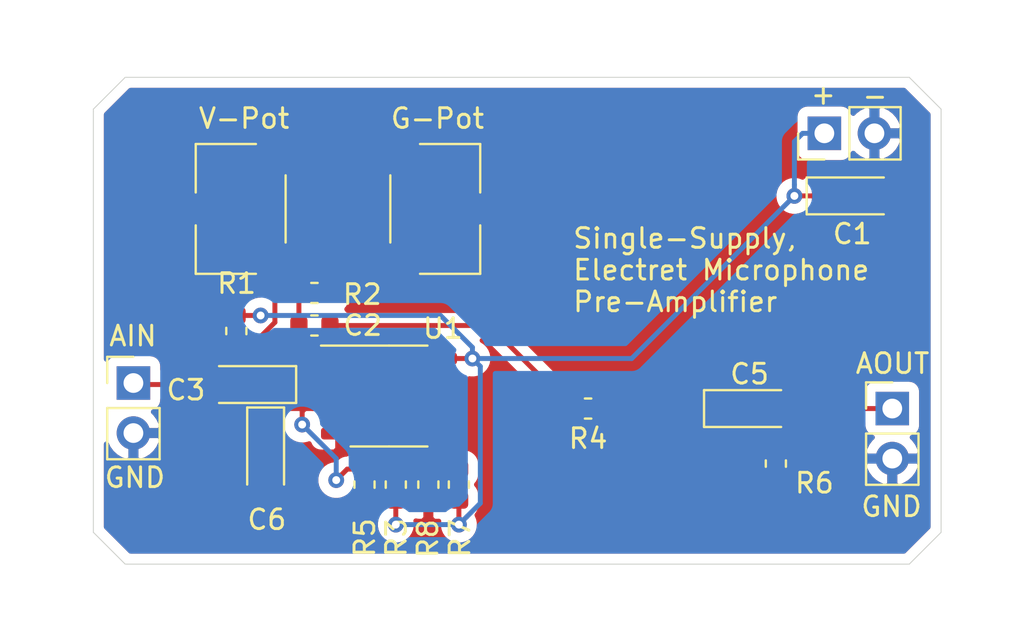
<source format=kicad_pcb>
(kicad_pcb (version 20171130) (host pcbnew "(5.1.4)-1")

  (general
    (thickness 1.6)
    (drawings 17)
    (tracks 77)
    (zones 0)
    (modules 19)
    (nets 15)
  )

  (page A4)
  (layers
    (0 F.Cu signal)
    (31 B.Cu signal)
    (32 B.Adhes user)
    (33 F.Adhes user)
    (34 B.Paste user)
    (35 F.Paste user)
    (36 B.SilkS user)
    (37 F.SilkS user)
    (38 B.Mask user)
    (39 F.Mask user)
    (40 Dwgs.User user)
    (41 Cmts.User user)
    (42 Eco1.User user)
    (43 Eco2.User user)
    (44 Edge.Cuts user)
    (45 Margin user)
    (46 B.CrtYd user)
    (47 F.CrtYd user)
    (48 B.Fab user)
    (49 F.Fab user)
  )

  (setup
    (last_trace_width 0.25)
    (trace_clearance 0.2)
    (zone_clearance 0.508)
    (zone_45_only no)
    (trace_min 0.2)
    (via_size 0.8)
    (via_drill 0.4)
    (via_min_size 0.4)
    (via_min_drill 0.3)
    (uvia_size 0.3)
    (uvia_drill 0.1)
    (uvias_allowed no)
    (uvia_min_size 0.2)
    (uvia_min_drill 0.1)
    (edge_width 0.05)
    (segment_width 0.2)
    (pcb_text_width 0.3)
    (pcb_text_size 1.5 1.5)
    (mod_edge_width 0.12)
    (mod_text_size 1 1)
    (mod_text_width 0.15)
    (pad_size 1.524 1.524)
    (pad_drill 0.762)
    (pad_to_mask_clearance 0.051)
    (solder_mask_min_width 0.25)
    (aux_axis_origin 0 0)
    (visible_elements 7FFFFFFF)
    (pcbplotparams
      (layerselection 0x010fc_ffffffff)
      (usegerberextensions false)
      (usegerberattributes false)
      (usegerberadvancedattributes false)
      (creategerberjobfile false)
      (excludeedgelayer true)
      (linewidth 0.150000)
      (plotframeref false)
      (viasonmask false)
      (mode 1)
      (useauxorigin false)
      (hpglpennumber 1)
      (hpglpenspeed 20)
      (hpglpendiameter 15.000000)
      (psnegative false)
      (psa4output false)
      (plotreference true)
      (plotvalue false)
      (plotinvisibletext false)
      (padsonsilk false)
      (subtractmaskfromsilk false)
      (outputformat 1)
      (mirror false)
      (drillshape 0)
      (scaleselection 1)
      (outputdirectory "./Gerbers/"))
  )

  (net 0 "")
  (net 1 "Net-(C2-Pad2)")
  (net 2 GND)
  (net 3 +9V)
  (net 4 "Net-(R7-Pad2)")
  (net 5 "Net-(U1-Pad6)")
  (net 6 /A_I)
  (net 7 /A_O)
  (net 8 "Net-(C2-Pad1)")
  (net 9 "Net-(C5-Pad1)")
  (net 10 "Net-(C6-Pad1)")
  (net 11 "Net-(R1-Pad2)")
  (net 12 "Net-(R2-Pad2)")
  (net 13 "Net-(RV1-Pad3)")
  (net 14 "Net-(RV2-Pad3)")

  (net_class Default "This is the default net class."
    (clearance 0.2)
    (trace_width 0.25)
    (via_dia 0.8)
    (via_drill 0.4)
    (uvia_dia 0.3)
    (uvia_drill 0.1)
    (add_net +9V)
    (add_net /A_I)
    (add_net /A_O)
    (add_net GND)
    (add_net "Net-(C2-Pad1)")
    (add_net "Net-(C2-Pad2)")
    (add_net "Net-(C5-Pad1)")
    (add_net "Net-(C6-Pad1)")
    (add_net "Net-(R1-Pad2)")
    (add_net "Net-(R2-Pad2)")
    (add_net "Net-(R7-Pad2)")
    (add_net "Net-(RV1-Pad3)")
    (add_net "Net-(RV2-Pad3)")
    (add_net "Net-(U1-Pad6)")
  )

  (module Potentiometer_SMD:Potentiometer_Bourns_3269W_Vertical (layer F.Cu) (tedit 5A3D7171) (tstamp 5DDCA274)
    (at 80.137 60.0964 90)
    (descr "Potentiometer, vertical, Bourns 3269W, https://www.bourns.com/docs/Product-Datasheets/3269.pdf")
    (tags "Potentiometer vertical Bourns 3269W")
    (path /5DE3C65B)
    (attr smd)
    (fp_text reference RV2 (at 0 -5.06 90) (layer F.SilkS) hide
      (effects (font (size 1 1) (thickness 0.15)))
    )
    (fp_text value R_POT (at 0 5.06 90) (layer F.Fab)
      (effects (font (size 1 1) (thickness 0.15)))
    )
    (fp_text user %R (at -0.501 -0.005 90) (layer F.Fab)
      (effects (font (size 0.89 0.89) (thickness 0.15)))
    )
    (fp_line (start 3.45 -4.1) (end -3.45 -4.1) (layer F.CrtYd) (width 0.05))
    (fp_line (start 3.45 4.1) (end 3.45 -4.1) (layer F.CrtYd) (width 0.05))
    (fp_line (start -3.45 4.1) (end 3.45 4.1) (layer F.CrtYd) (width 0.05))
    (fp_line (start -3.45 -4.1) (end -3.45 4.1) (layer F.CrtYd) (width 0.05))
    (fp_line (start 3.295 -0.779) (end 3.295 2.275) (layer F.SilkS) (width 0.12))
    (fp_line (start -3.295 -0.779) (end -3.295 2.275) (layer F.SilkS) (width 0.12))
    (fp_line (start 0.835 2.275) (end 3.295 2.275) (layer F.SilkS) (width 0.12))
    (fp_line (start -3.295 2.275) (end -0.835 2.275) (layer F.SilkS) (width 0.12))
    (fp_line (start -1.705 -2.285) (end 1.705 -2.285) (layer F.SilkS) (width 0.12))
    (fp_line (start 2.173 1.517) (end 2.174 -0.246) (layer F.Fab) (width 0.1))
    (fp_line (start 2.173 1.517) (end 2.174 -0.246) (layer F.Fab) (width 0.1))
    (fp_line (start 3.175 -2.165) (end -3.175 -2.165) (layer F.Fab) (width 0.1))
    (fp_line (start 3.175 2.155) (end 3.175 -2.165) (layer F.Fab) (width 0.1))
    (fp_line (start -3.175 2.155) (end 3.175 2.155) (layer F.Fab) (width 0.1))
    (fp_line (start -3.175 -2.165) (end -3.175 2.155) (layer F.Fab) (width 0.1))
    (fp_circle (center 2.173 0.635) (end 3.063 0.635) (layer F.Fab) (width 0.1))
    (pad 3 smd rect (at -2.54 -2.415 90) (size 1.19 2.79) (layers F.Cu F.Paste F.Mask)
      (net 14 "Net-(RV2-Pad3)"))
    (pad 2 smd rect (at 0 2.415 90) (size 1.19 2.79) (layers F.Cu F.Paste F.Mask)
      (net 8 "Net-(C2-Pad1)"))
    (pad 1 smd rect (at 2.54 -2.415 90) (size 1.19 2.79) (layers F.Cu F.Paste F.Mask)
      (net 12 "Net-(R2-Pad2)"))
    (model ${KISYS3DMOD}/Potentiometer_SMD.3dshapes/Potentiometer_Bourns_3269W_Vertical.wrl
      (at (xyz 0 0 0))
      (scale (xyz 1 1 1))
      (rotate (xyz 0 0 0))
    )
  )

  (module Potentiometer_SMD:Potentiometer_Bourns_3269W_Vertical (layer F.Cu) (tedit 5A3D7171) (tstamp 5DDCA25C)
    (at 70.2564 60.0964 270)
    (descr "Potentiometer, vertical, Bourns 3269W, https://www.bourns.com/docs/Product-Datasheets/3269.pdf")
    (tags "Potentiometer vertical Bourns 3269W")
    (path /5DE31BE6)
    (attr smd)
    (fp_text reference RV1 (at 0 -5.06 90) (layer F.SilkS) hide
      (effects (font (size 1 1) (thickness 0.15)))
    )
    (fp_text value R_POT (at 0 5.06 90) (layer F.Fab)
      (effects (font (size 1 1) (thickness 0.15)))
    )
    (fp_text user %R (at -0.501 -0.005 90) (layer F.Fab)
      (effects (font (size 0.89 0.89) (thickness 0.15)))
    )
    (fp_line (start 3.45 -4.1) (end -3.45 -4.1) (layer F.CrtYd) (width 0.05))
    (fp_line (start 3.45 4.1) (end 3.45 -4.1) (layer F.CrtYd) (width 0.05))
    (fp_line (start -3.45 4.1) (end 3.45 4.1) (layer F.CrtYd) (width 0.05))
    (fp_line (start -3.45 -4.1) (end -3.45 4.1) (layer F.CrtYd) (width 0.05))
    (fp_line (start 3.295 -0.779) (end 3.295 2.275) (layer F.SilkS) (width 0.12))
    (fp_line (start -3.295 -0.779) (end -3.295 2.275) (layer F.SilkS) (width 0.12))
    (fp_line (start 0.835 2.275) (end 3.295 2.275) (layer F.SilkS) (width 0.12))
    (fp_line (start -3.295 2.275) (end -0.835 2.275) (layer F.SilkS) (width 0.12))
    (fp_line (start -1.705 -2.285) (end 1.705 -2.285) (layer F.SilkS) (width 0.12))
    (fp_line (start 2.173 1.517) (end 2.174 -0.246) (layer F.Fab) (width 0.1))
    (fp_line (start 2.173 1.517) (end 2.174 -0.246) (layer F.Fab) (width 0.1))
    (fp_line (start 3.175 -2.165) (end -3.175 -2.165) (layer F.Fab) (width 0.1))
    (fp_line (start 3.175 2.155) (end 3.175 -2.165) (layer F.Fab) (width 0.1))
    (fp_line (start -3.175 2.155) (end 3.175 2.155) (layer F.Fab) (width 0.1))
    (fp_line (start -3.175 -2.165) (end -3.175 2.155) (layer F.Fab) (width 0.1))
    (fp_circle (center 2.173 0.635) (end 3.063 0.635) (layer F.Fab) (width 0.1))
    (pad 3 smd rect (at -2.54 -2.415 270) (size 1.19 2.79) (layers F.Cu F.Paste F.Mask)
      (net 13 "Net-(RV1-Pad3)"))
    (pad 2 smd rect (at 0 2.415 270) (size 1.19 2.79) (layers F.Cu F.Paste F.Mask)
      (net 6 /A_I))
    (pad 1 smd rect (at 2.54 -2.415 270) (size 1.19 2.79) (layers F.Cu F.Paste F.Mask)
      (net 11 "Net-(R1-Pad2)"))
    (model ${KISYS3DMOD}/Potentiometer_SMD.3dshapes/Potentiometer_Bourns_3269W_Vertical.wrl
      (at (xyz 0 0 0))
      (scale (xyz 1 1 1))
      (rotate (xyz 0 0 0))
    )
  )

  (module Package_SO:SOIC-8-1EP_3.9x4.9mm_P1.27mm_EP2.29x3mm (layer F.Cu) (tedit 5C56E16F) (tstamp 5DDC7426)
    (at 77.786 69.596)
    (descr "SOIC, 8 Pin (https://www.analog.com/media/en/technical-documentation/data-sheets/ada4898-1_4898-2.pdf#page=29), generated with kicad-footprint-generator ipc_gullwing_generator.py")
    (tags "SOIC SO")
    (path /5DDBF92F)
    (attr smd)
    (fp_text reference U1 (at 2.732 -3.429) (layer F.SilkS)
      (effects (font (size 1 1) (thickness 0.15)))
    )
    (fp_text value OPA1678 (at 0 3.4) (layer F.Fab)
      (effects (font (size 1 1) (thickness 0.15)))
    )
    (fp_text user %R (at 0 0) (layer F.Fab)
      (effects (font (size 0.98 0.98) (thickness 0.15)))
    )
    (fp_line (start 3.7 -2.7) (end -3.7 -2.7) (layer F.CrtYd) (width 0.05))
    (fp_line (start 3.7 2.7) (end 3.7 -2.7) (layer F.CrtYd) (width 0.05))
    (fp_line (start -3.7 2.7) (end 3.7 2.7) (layer F.CrtYd) (width 0.05))
    (fp_line (start -3.7 -2.7) (end -3.7 2.7) (layer F.CrtYd) (width 0.05))
    (fp_line (start -1.95 -1.475) (end -0.975 -2.45) (layer F.Fab) (width 0.1))
    (fp_line (start -1.95 2.45) (end -1.95 -1.475) (layer F.Fab) (width 0.1))
    (fp_line (start 1.95 2.45) (end -1.95 2.45) (layer F.Fab) (width 0.1))
    (fp_line (start 1.95 -2.45) (end 1.95 2.45) (layer F.Fab) (width 0.1))
    (fp_line (start -0.975 -2.45) (end 1.95 -2.45) (layer F.Fab) (width 0.1))
    (fp_line (start 0 -2.56) (end -3.45 -2.56) (layer F.SilkS) (width 0.12))
    (fp_line (start 0 -2.56) (end 1.95 -2.56) (layer F.SilkS) (width 0.12))
    (fp_line (start 0 2.56) (end -1.95 2.56) (layer F.SilkS) (width 0.12))
    (fp_line (start 0 2.56) (end 1.95 2.56) (layer F.SilkS) (width 0.12))
    (pad 8 smd roundrect (at 2.475 -1.905) (size 1.95 0.6) (layers F.Cu F.Paste F.Mask) (roundrect_rratio 0.25)
      (net 3 +9V))
    (pad 7 smd roundrect (at 2.475 -0.635) (size 1.95 0.6) (layers F.Cu F.Paste F.Mask) (roundrect_rratio 0.25)
      (net 5 "Net-(U1-Pad6)"))
    (pad 6 smd roundrect (at 2.475 0.635) (size 1.95 0.6) (layers F.Cu F.Paste F.Mask) (roundrect_rratio 0.25)
      (net 5 "Net-(U1-Pad6)"))
    (pad 5 smd roundrect (at 2.475 1.905) (size 1.95 0.6) (layers F.Cu F.Paste F.Mask) (roundrect_rratio 0.25)
      (net 4 "Net-(R7-Pad2)"))
    (pad 4 smd roundrect (at -2.475 1.905) (size 1.95 0.6) (layers F.Cu F.Paste F.Mask) (roundrect_rratio 0.25)
      (net 2 GND))
    (pad 3 smd roundrect (at -2.475 0.635) (size 1.95 0.6) (layers F.Cu F.Paste F.Mask) (roundrect_rratio 0.25)
      (net 10 "Net-(C6-Pad1)"))
    (pad 2 smd roundrect (at -2.475 -0.635) (size 1.95 0.6) (layers F.Cu F.Paste F.Mask) (roundrect_rratio 0.25)
      (net 1 "Net-(C2-Pad2)"))
    (pad 1 smd roundrect (at -2.475 -1.905) (size 1.95 0.6) (layers F.Cu F.Paste F.Mask) (roundrect_rratio 0.25)
      (net 8 "Net-(C2-Pad1)"))
    (pad "" smd roundrect (at 0.57 0.75) (size 0.92 1.21) (layers F.Paste) (roundrect_rratio 0.25))
    (pad "" smd roundrect (at 0.57 -0.75) (size 0.92 1.21) (layers F.Paste) (roundrect_rratio 0.25))
    (pad "" smd roundrect (at -0.57 0.75) (size 0.92 1.21) (layers F.Paste) (roundrect_rratio 0.25))
    (pad "" smd roundrect (at -0.57 -0.75) (size 0.92 1.21) (layers F.Paste) (roundrect_rratio 0.25))
    (pad 9 smd roundrect (at 0 0) (size 2.29 3) (layers F.Cu F.Mask) (roundrect_rratio 0.10917))
    (model ${KISYS3DMOD}/Package_SO.3dshapes/SOIC-8-1EP_3.9x4.9mm_P1.27mm_EP2.29x3mm.wrl
      (at (xyz 0 0 0))
      (scale (xyz 1 1 1))
      (rotate (xyz 0 0 0))
    )
    (model ${KISYS3DMOD}/Package_SO.3dshapes/SOIC-8-1EP_3.9x4.9mm_P1.27mm_EP2.35x2.35mm.wrl
      (at (xyz 0 0 0))
      (scale (xyz 1 1 1))
      (rotate (xyz 0 0 0))
    )
  )

  (module Resistor_SMD:R_0603_1608Metric (layer F.Cu) (tedit 5B301BBD) (tstamp 5DDC7407)
    (at 79.7814 74.0918 270)
    (descr "Resistor SMD 0603 (1608 Metric), square (rectangular) end terminal, IPC_7351 nominal, (Body size source: http://www.tortai-tech.com/upload/download/2011102023233369053.pdf), generated with kicad-footprint-generator")
    (tags resistor)
    (path /5DDDFC5B)
    (attr smd)
    (fp_text reference R8 (at 2.7432 0.0254 90) (layer F.SilkS)
      (effects (font (size 1 1) (thickness 0.15)))
    )
    (fp_text value 100k (at 0 1.43 90) (layer F.Fab)
      (effects (font (size 1 1) (thickness 0.15)))
    )
    (fp_text user %R (at 0 0 90) (layer F.Fab)
      (effects (font (size 0.4 0.4) (thickness 0.06)))
    )
    (fp_line (start 1.48 0.73) (end -1.48 0.73) (layer F.CrtYd) (width 0.05))
    (fp_line (start 1.48 -0.73) (end 1.48 0.73) (layer F.CrtYd) (width 0.05))
    (fp_line (start -1.48 -0.73) (end 1.48 -0.73) (layer F.CrtYd) (width 0.05))
    (fp_line (start -1.48 0.73) (end -1.48 -0.73) (layer F.CrtYd) (width 0.05))
    (fp_line (start -0.162779 0.51) (end 0.162779 0.51) (layer F.SilkS) (width 0.12))
    (fp_line (start -0.162779 -0.51) (end 0.162779 -0.51) (layer F.SilkS) (width 0.12))
    (fp_line (start 0.8 0.4) (end -0.8 0.4) (layer F.Fab) (width 0.1))
    (fp_line (start 0.8 -0.4) (end 0.8 0.4) (layer F.Fab) (width 0.1))
    (fp_line (start -0.8 -0.4) (end 0.8 -0.4) (layer F.Fab) (width 0.1))
    (fp_line (start -0.8 0.4) (end -0.8 -0.4) (layer F.Fab) (width 0.1))
    (pad 2 smd roundrect (at 0.7875 0 270) (size 0.875 0.95) (layers F.Cu F.Paste F.Mask) (roundrect_rratio 0.25)
      (net 2 GND))
    (pad 1 smd roundrect (at -0.7875 0 270) (size 0.875 0.95) (layers F.Cu F.Paste F.Mask) (roundrect_rratio 0.25)
      (net 4 "Net-(R7-Pad2)"))
    (model ${KISYS3DMOD}/Resistor_SMD.3dshapes/R_0603_1608Metric.wrl
      (at (xyz 0 0 0))
      (scale (xyz 1 1 1))
      (rotate (xyz 0 0 0))
    )
  )

  (module Resistor_SMD:R_0603_1608Metric (layer F.Cu) (tedit 5B301BBD) (tstamp 5DDC73F6)
    (at 81.3308 74.0918 90)
    (descr "Resistor SMD 0603 (1608 Metric), square (rectangular) end terminal, IPC_7351 nominal, (Body size source: http://www.tortai-tech.com/upload/download/2011102023233369053.pdf), generated with kicad-footprint-generator")
    (tags resistor)
    (path /5DDDF1DD)
    (attr smd)
    (fp_text reference R7 (at -2.7178 0.0508 90) (layer F.SilkS)
      (effects (font (size 1 1) (thickness 0.15)))
    )
    (fp_text value 75k (at 0 1.43 90) (layer F.Fab)
      (effects (font (size 1 1) (thickness 0.15)))
    )
    (fp_text user %R (at 0 0 90) (layer F.Fab)
      (effects (font (size 0.4 0.4) (thickness 0.06)))
    )
    (fp_line (start 1.48 0.73) (end -1.48 0.73) (layer F.CrtYd) (width 0.05))
    (fp_line (start 1.48 -0.73) (end 1.48 0.73) (layer F.CrtYd) (width 0.05))
    (fp_line (start -1.48 -0.73) (end 1.48 -0.73) (layer F.CrtYd) (width 0.05))
    (fp_line (start -1.48 0.73) (end -1.48 -0.73) (layer F.CrtYd) (width 0.05))
    (fp_line (start -0.162779 0.51) (end 0.162779 0.51) (layer F.SilkS) (width 0.12))
    (fp_line (start -0.162779 -0.51) (end 0.162779 -0.51) (layer F.SilkS) (width 0.12))
    (fp_line (start 0.8 0.4) (end -0.8 0.4) (layer F.Fab) (width 0.1))
    (fp_line (start 0.8 -0.4) (end 0.8 0.4) (layer F.Fab) (width 0.1))
    (fp_line (start -0.8 -0.4) (end 0.8 -0.4) (layer F.Fab) (width 0.1))
    (fp_line (start -0.8 0.4) (end -0.8 -0.4) (layer F.Fab) (width 0.1))
    (pad 2 smd roundrect (at 0.7875 0 90) (size 0.875 0.95) (layers F.Cu F.Paste F.Mask) (roundrect_rratio 0.25)
      (net 4 "Net-(R7-Pad2)"))
    (pad 1 smd roundrect (at -0.7875 0 90) (size 0.875 0.95) (layers F.Cu F.Paste F.Mask) (roundrect_rratio 0.25)
      (net 3 +9V))
    (model ${KISYS3DMOD}/Resistor_SMD.3dshapes/R_0603_1608Metric.wrl
      (at (xyz 0 0 0))
      (scale (xyz 1 1 1))
      (rotate (xyz 0 0 0))
    )
  )

  (module Resistor_SMD:R_0603_1608Metric (layer F.Cu) (tedit 5B301BBD) (tstamp 5DDC73E5)
    (at 97.409 73.025 270)
    (descr "Resistor SMD 0603 (1608 Metric), square (rectangular) end terminal, IPC_7351 nominal, (Body size source: http://www.tortai-tech.com/upload/download/2011102023233369053.pdf), generated with kicad-footprint-generator")
    (tags resistor)
    (path /5DDCAD1C)
    (attr smd)
    (fp_text reference R6 (at 0.9906 -1.9558 180) (layer F.SilkS)
      (effects (font (size 1 1) (thickness 0.15)))
    )
    (fp_text value 100k (at 0 1.43 90) (layer F.Fab)
      (effects (font (size 1 1) (thickness 0.15)))
    )
    (fp_text user %R (at 0 0 90) (layer F.Fab)
      (effects (font (size 0.4 0.4) (thickness 0.06)))
    )
    (fp_line (start 1.48 0.73) (end -1.48 0.73) (layer F.CrtYd) (width 0.05))
    (fp_line (start 1.48 -0.73) (end 1.48 0.73) (layer F.CrtYd) (width 0.05))
    (fp_line (start -1.48 -0.73) (end 1.48 -0.73) (layer F.CrtYd) (width 0.05))
    (fp_line (start -1.48 0.73) (end -1.48 -0.73) (layer F.CrtYd) (width 0.05))
    (fp_line (start -0.162779 0.51) (end 0.162779 0.51) (layer F.SilkS) (width 0.12))
    (fp_line (start -0.162779 -0.51) (end 0.162779 -0.51) (layer F.SilkS) (width 0.12))
    (fp_line (start 0.8 0.4) (end -0.8 0.4) (layer F.Fab) (width 0.1))
    (fp_line (start 0.8 -0.4) (end 0.8 0.4) (layer F.Fab) (width 0.1))
    (fp_line (start -0.8 -0.4) (end 0.8 -0.4) (layer F.Fab) (width 0.1))
    (fp_line (start -0.8 0.4) (end -0.8 -0.4) (layer F.Fab) (width 0.1))
    (pad 2 smd roundrect (at 0.7875 0 270) (size 0.875 0.95) (layers F.Cu F.Paste F.Mask) (roundrect_rratio 0.25)
      (net 2 GND))
    (pad 1 smd roundrect (at -0.7875 0 270) (size 0.875 0.95) (layers F.Cu F.Paste F.Mask) (roundrect_rratio 0.25)
      (net 7 /A_O))
    (model ${KISYS3DMOD}/Resistor_SMD.3dshapes/R_0603_1608Metric.wrl
      (at (xyz 0 0 0))
      (scale (xyz 1 1 1))
      (rotate (xyz 0 0 0))
    )
  )

  (module Resistor_SMD:R_0603_1608Metric (layer F.Cu) (tedit 5B301BBD) (tstamp 5DDC73D4)
    (at 76.5429 74.0918 270)
    (descr "Resistor SMD 0603 (1608 Metric), square (rectangular) end terminal, IPC_7351 nominal, (Body size source: http://www.tortai-tech.com/upload/download/2011102023233369053.pdf), generated with kicad-footprint-generator")
    (tags resistor)
    (path /5DDD153D)
    (attr smd)
    (fp_text reference R5 (at 2.6924 -0.0127 90) (layer F.SilkS)
      (effects (font (size 1 1) (thickness 0.15)))
    )
    (fp_text value 100k (at 0 1.43 90) (layer F.Fab)
      (effects (font (size 1 1) (thickness 0.15)))
    )
    (fp_text user %R (at 0 0 90) (layer F.Fab)
      (effects (font (size 0.4 0.4) (thickness 0.06)))
    )
    (fp_line (start 1.48 0.73) (end -1.48 0.73) (layer F.CrtYd) (width 0.05))
    (fp_line (start 1.48 -0.73) (end 1.48 0.73) (layer F.CrtYd) (width 0.05))
    (fp_line (start -1.48 -0.73) (end 1.48 -0.73) (layer F.CrtYd) (width 0.05))
    (fp_line (start -1.48 0.73) (end -1.48 -0.73) (layer F.CrtYd) (width 0.05))
    (fp_line (start -0.162779 0.51) (end 0.162779 0.51) (layer F.SilkS) (width 0.12))
    (fp_line (start -0.162779 -0.51) (end 0.162779 -0.51) (layer F.SilkS) (width 0.12))
    (fp_line (start 0.8 0.4) (end -0.8 0.4) (layer F.Fab) (width 0.1))
    (fp_line (start 0.8 -0.4) (end 0.8 0.4) (layer F.Fab) (width 0.1))
    (fp_line (start -0.8 -0.4) (end 0.8 -0.4) (layer F.Fab) (width 0.1))
    (fp_line (start -0.8 0.4) (end -0.8 -0.4) (layer F.Fab) (width 0.1))
    (pad 2 smd roundrect (at 0.7875 0 270) (size 0.875 0.95) (layers F.Cu F.Paste F.Mask) (roundrect_rratio 0.25)
      (net 2 GND))
    (pad 1 smd roundrect (at -0.7875 0 270) (size 0.875 0.95) (layers F.Cu F.Paste F.Mask) (roundrect_rratio 0.25)
      (net 10 "Net-(C6-Pad1)"))
    (model ${KISYS3DMOD}/Resistor_SMD.3dshapes/R_0603_1608Metric.wrl
      (at (xyz 0 0 0))
      (scale (xyz 1 1 1))
      (rotate (xyz 0 0 0))
    )
  )

  (module Resistor_SMD:R_0603_1608Metric (layer F.Cu) (tedit 5B301BBD) (tstamp 5DDC73C3)
    (at 87.884 70.231 180)
    (descr "Resistor SMD 0603 (1608 Metric), square (rectangular) end terminal, IPC_7351 nominal, (Body size source: http://www.tortai-tech.com/upload/download/2011102023233369053.pdf), generated with kicad-footprint-generator")
    (tags resistor)
    (path /5DDCA4AD)
    (attr smd)
    (fp_text reference R4 (at 0 -1.524) (layer F.SilkS)
      (effects (font (size 1 1) (thickness 0.15)))
    )
    (fp_text value 49.9 (at 0 1.43) (layer F.Fab)
      (effects (font (size 1 1) (thickness 0.15)))
    )
    (fp_text user %R (at 0 0) (layer F.Fab)
      (effects (font (size 0.4 0.4) (thickness 0.06)))
    )
    (fp_line (start 1.48 0.73) (end -1.48 0.73) (layer F.CrtYd) (width 0.05))
    (fp_line (start 1.48 -0.73) (end 1.48 0.73) (layer F.CrtYd) (width 0.05))
    (fp_line (start -1.48 -0.73) (end 1.48 -0.73) (layer F.CrtYd) (width 0.05))
    (fp_line (start -1.48 0.73) (end -1.48 -0.73) (layer F.CrtYd) (width 0.05))
    (fp_line (start -0.162779 0.51) (end 0.162779 0.51) (layer F.SilkS) (width 0.12))
    (fp_line (start -0.162779 -0.51) (end 0.162779 -0.51) (layer F.SilkS) (width 0.12))
    (fp_line (start 0.8 0.4) (end -0.8 0.4) (layer F.Fab) (width 0.1))
    (fp_line (start 0.8 -0.4) (end 0.8 0.4) (layer F.Fab) (width 0.1))
    (fp_line (start -0.8 -0.4) (end 0.8 -0.4) (layer F.Fab) (width 0.1))
    (fp_line (start -0.8 0.4) (end -0.8 -0.4) (layer F.Fab) (width 0.1))
    (pad 2 smd roundrect (at 0.7875 0 180) (size 0.875 0.95) (layers F.Cu F.Paste F.Mask) (roundrect_rratio 0.25)
      (net 8 "Net-(C2-Pad1)"))
    (pad 1 smd roundrect (at -0.7875 0 180) (size 0.875 0.95) (layers F.Cu F.Paste F.Mask) (roundrect_rratio 0.25)
      (net 9 "Net-(C5-Pad1)"))
    (model ${KISYS3DMOD}/Resistor_SMD.3dshapes/R_0603_1608Metric.wrl
      (at (xyz 0 0 0))
      (scale (xyz 1 1 1))
      (rotate (xyz 0 0 0))
    )
  )

  (module Resistor_SMD:R_0603_1608Metric (layer F.Cu) (tedit 5B301BBD) (tstamp 5DDC73B2)
    (at 78.1304 74.0919 90)
    (descr "Resistor SMD 0603 (1608 Metric), square (rectangular) end terminal, IPC_7351 nominal, (Body size source: http://www.tortai-tech.com/upload/download/2011102023233369053.pdf), generated with kicad-footprint-generator")
    (tags resistor)
    (path /5DDCFD03)
    (attr smd)
    (fp_text reference R3 (at -2.6923 0.0254 90) (layer F.SilkS)
      (effects (font (size 1 1) (thickness 0.15)))
    )
    (fp_text value 100k (at 0 1.43 90) (layer F.Fab)
      (effects (font (size 1 1) (thickness 0.15)))
    )
    (fp_text user %R (at 0 0 90) (layer F.Fab)
      (effects (font (size 0.4 0.4) (thickness 0.06)))
    )
    (fp_line (start 1.48 0.73) (end -1.48 0.73) (layer F.CrtYd) (width 0.05))
    (fp_line (start 1.48 -0.73) (end 1.48 0.73) (layer F.CrtYd) (width 0.05))
    (fp_line (start -1.48 -0.73) (end 1.48 -0.73) (layer F.CrtYd) (width 0.05))
    (fp_line (start -1.48 0.73) (end -1.48 -0.73) (layer F.CrtYd) (width 0.05))
    (fp_line (start -0.162779 0.51) (end 0.162779 0.51) (layer F.SilkS) (width 0.12))
    (fp_line (start -0.162779 -0.51) (end 0.162779 -0.51) (layer F.SilkS) (width 0.12))
    (fp_line (start 0.8 0.4) (end -0.8 0.4) (layer F.Fab) (width 0.1))
    (fp_line (start 0.8 -0.4) (end 0.8 0.4) (layer F.Fab) (width 0.1))
    (fp_line (start -0.8 -0.4) (end 0.8 -0.4) (layer F.Fab) (width 0.1))
    (fp_line (start -0.8 0.4) (end -0.8 -0.4) (layer F.Fab) (width 0.1))
    (pad 2 smd roundrect (at 0.7875 0 90) (size 0.875 0.95) (layers F.Cu F.Paste F.Mask) (roundrect_rratio 0.25)
      (net 10 "Net-(C6-Pad1)"))
    (pad 1 smd roundrect (at -0.7875 0 90) (size 0.875 0.95) (layers F.Cu F.Paste F.Mask) (roundrect_rratio 0.25)
      (net 3 +9V))
    (model ${KISYS3DMOD}/Resistor_SMD.3dshapes/R_0603_1608Metric.wrl
      (at (xyz 0 0 0))
      (scale (xyz 1 1 1))
      (rotate (xyz 0 0 0))
    )
  )

  (module Resistor_SMD:R_0603_1608Metric (layer F.Cu) (tedit 5B301BBD) (tstamp 5DDC73A1)
    (at 74.0029 64.3636)
    (descr "Resistor SMD 0603 (1608 Metric), square (rectangular) end terminal, IPC_7351 nominal, (Body size source: http://www.tortai-tech.com/upload/download/2011102023233369053.pdf), generated with kicad-footprint-generator")
    (tags resistor)
    (path /5DDCCA88)
    (attr smd)
    (fp_text reference R2 (at 2.4257 0.0762) (layer F.SilkS)
      (effects (font (size 1 1) (thickness 0.15)))
    )
    (fp_text value 2k (at 0 1.43) (layer F.Fab)
      (effects (font (size 1 1) (thickness 0.15)))
    )
    (fp_text user %R (at 0 0) (layer F.Fab)
      (effects (font (size 0.4 0.4) (thickness 0.06)))
    )
    (fp_line (start 1.48 0.73) (end -1.48 0.73) (layer F.CrtYd) (width 0.05))
    (fp_line (start 1.48 -0.73) (end 1.48 0.73) (layer F.CrtYd) (width 0.05))
    (fp_line (start -1.48 -0.73) (end 1.48 -0.73) (layer F.CrtYd) (width 0.05))
    (fp_line (start -1.48 0.73) (end -1.48 -0.73) (layer F.CrtYd) (width 0.05))
    (fp_line (start -0.162779 0.51) (end 0.162779 0.51) (layer F.SilkS) (width 0.12))
    (fp_line (start -0.162779 -0.51) (end 0.162779 -0.51) (layer F.SilkS) (width 0.12))
    (fp_line (start 0.8 0.4) (end -0.8 0.4) (layer F.Fab) (width 0.1))
    (fp_line (start 0.8 -0.4) (end 0.8 0.4) (layer F.Fab) (width 0.1))
    (fp_line (start -0.8 -0.4) (end 0.8 -0.4) (layer F.Fab) (width 0.1))
    (fp_line (start -0.8 0.4) (end -0.8 -0.4) (layer F.Fab) (width 0.1))
    (pad 2 smd roundrect (at 0.7875 0) (size 0.875 0.95) (layers F.Cu F.Paste F.Mask) (roundrect_rratio 0.25)
      (net 12 "Net-(R2-Pad2)"))
    (pad 1 smd roundrect (at -0.7875 0) (size 0.875 0.95) (layers F.Cu F.Paste F.Mask) (roundrect_rratio 0.25)
      (net 1 "Net-(C2-Pad2)"))
    (model ${KISYS3DMOD}/Resistor_SMD.3dshapes/R_0603_1608Metric.wrl
      (at (xyz 0 0 0))
      (scale (xyz 1 1 1))
      (rotate (xyz 0 0 0))
    )
  )

  (module Resistor_SMD:R_0603_1608Metric (layer F.Cu) (tedit 5B301BBD) (tstamp 5DDC7390)
    (at 70.0405 66.294 270)
    (descr "Resistor SMD 0603 (1608 Metric), square (rectangular) end terminal, IPC_7351 nominal, (Body size source: http://www.tortai-tech.com/upload/download/2011102023233369053.pdf), generated with kicad-footprint-generator")
    (tags resistor)
    (path /5DDCD97B)
    (attr smd)
    (fp_text reference R1 (at -2.413 -0.0127 180) (layer F.SilkS)
      (effects (font (size 1 1) (thickness 0.15)))
    )
    (fp_text value 2k (at 0 1.43 90) (layer F.Fab)
      (effects (font (size 1 1) (thickness 0.15)))
    )
    (fp_text user %R (at 0 0 90) (layer F.Fab)
      (effects (font (size 0.4 0.4) (thickness 0.06)))
    )
    (fp_line (start 1.48 0.73) (end -1.48 0.73) (layer F.CrtYd) (width 0.05))
    (fp_line (start 1.48 -0.73) (end 1.48 0.73) (layer F.CrtYd) (width 0.05))
    (fp_line (start -1.48 -0.73) (end 1.48 -0.73) (layer F.CrtYd) (width 0.05))
    (fp_line (start -1.48 0.73) (end -1.48 -0.73) (layer F.CrtYd) (width 0.05))
    (fp_line (start -0.162779 0.51) (end 0.162779 0.51) (layer F.SilkS) (width 0.12))
    (fp_line (start -0.162779 -0.51) (end 0.162779 -0.51) (layer F.SilkS) (width 0.12))
    (fp_line (start 0.8 0.4) (end -0.8 0.4) (layer F.Fab) (width 0.1))
    (fp_line (start 0.8 -0.4) (end 0.8 0.4) (layer F.Fab) (width 0.1))
    (fp_line (start -0.8 -0.4) (end 0.8 -0.4) (layer F.Fab) (width 0.1))
    (fp_line (start -0.8 0.4) (end -0.8 -0.4) (layer F.Fab) (width 0.1))
    (pad 2 smd roundrect (at 0.7875 0 270) (size 0.875 0.95) (layers F.Cu F.Paste F.Mask) (roundrect_rratio 0.25)
      (net 11 "Net-(R1-Pad2)"))
    (pad 1 smd roundrect (at -0.7875 0 270) (size 0.875 0.95) (layers F.Cu F.Paste F.Mask) (roundrect_rratio 0.25)
      (net 3 +9V))
    (model ${KISYS3DMOD}/Resistor_SMD.3dshapes/R_0603_1608Metric.wrl
      (at (xyz 0 0 0))
      (scale (xyz 1 1 1))
      (rotate (xyz 0 0 0))
    )
  )

  (module Connector_PinHeader_2.54mm:PinHeader_1x02_P2.54mm_Vertical (layer F.Cu) (tedit 59FED5CC) (tstamp 5DDC737F)
    (at 99.869001 56.258499 90)
    (descr "Through hole straight pin header, 1x02, 2.54mm pitch, single row")
    (tags "Through hole pin header THT 1x02 2.54mm single row")
    (path /5DDF8D8F)
    (fp_text reference J3 (at 0 -2.33 180) (layer F.SilkS) hide
      (effects (font (size 1 1) (thickness 0.15)))
    )
    (fp_text value Conn_01x02_Male (at 0 4.87 90) (layer F.Fab)
      (effects (font (size 1 1) (thickness 0.15)))
    )
    (fp_text user %R (at 0 1.27) (layer F.Fab)
      (effects (font (size 1 1) (thickness 0.15)))
    )
    (fp_line (start 1.8 -1.8) (end -1.8 -1.8) (layer F.CrtYd) (width 0.05))
    (fp_line (start 1.8 4.35) (end 1.8 -1.8) (layer F.CrtYd) (width 0.05))
    (fp_line (start -1.8 4.35) (end 1.8 4.35) (layer F.CrtYd) (width 0.05))
    (fp_line (start -1.8 -1.8) (end -1.8 4.35) (layer F.CrtYd) (width 0.05))
    (fp_line (start -1.33 -1.33) (end 0 -1.33) (layer F.SilkS) (width 0.12))
    (fp_line (start -1.33 0) (end -1.33 -1.33) (layer F.SilkS) (width 0.12))
    (fp_line (start -1.33 1.27) (end 1.33 1.27) (layer F.SilkS) (width 0.12))
    (fp_line (start 1.33 1.27) (end 1.33 3.87) (layer F.SilkS) (width 0.12))
    (fp_line (start -1.33 1.27) (end -1.33 3.87) (layer F.SilkS) (width 0.12))
    (fp_line (start -1.33 3.87) (end 1.33 3.87) (layer F.SilkS) (width 0.12))
    (fp_line (start -1.27 -0.635) (end -0.635 -1.27) (layer F.Fab) (width 0.1))
    (fp_line (start -1.27 3.81) (end -1.27 -0.635) (layer F.Fab) (width 0.1))
    (fp_line (start 1.27 3.81) (end -1.27 3.81) (layer F.Fab) (width 0.1))
    (fp_line (start 1.27 -1.27) (end 1.27 3.81) (layer F.Fab) (width 0.1))
    (fp_line (start -0.635 -1.27) (end 1.27 -1.27) (layer F.Fab) (width 0.1))
    (pad 2 thru_hole oval (at 0 2.54 90) (size 1.7 1.7) (drill 1) (layers *.Cu *.Mask)
      (net 2 GND))
    (pad 1 thru_hole rect (at 0 0 90) (size 1.7 1.7) (drill 1) (layers *.Cu *.Mask)
      (net 3 +9V))
    (model ${KISYS3DMOD}/Connector_PinHeader_2.54mm.3dshapes/PinHeader_1x02_P2.54mm_Vertical.wrl
      (at (xyz 0 0 0))
      (scale (xyz 1 1 1))
      (rotate (xyz 0 0 0))
    )
  )

  (module Connector_PinHeader_2.54mm:PinHeader_1x02_P2.54mm_Vertical (layer F.Cu) (tedit 59FED5CC) (tstamp 5DDC7369)
    (at 64.8208 68.9356)
    (descr "Through hole straight pin header, 1x02, 2.54mm pitch, single row")
    (tags "Through hole pin header THT 1x02 2.54mm single row")
    (path /5DDCEA75)
    (fp_text reference J2 (at 0 -2.33) (layer F.SilkS) hide
      (effects (font (size 1 1) (thickness 0.15)))
    )
    (fp_text value Conn_01x02_Male (at 0 4.87) (layer F.Fab)
      (effects (font (size 1 1) (thickness 0.15)))
    )
    (fp_text user %R (at 0 1.27 90) (layer F.Fab)
      (effects (font (size 1 1) (thickness 0.15)))
    )
    (fp_line (start 1.8 -1.8) (end -1.8 -1.8) (layer F.CrtYd) (width 0.05))
    (fp_line (start 1.8 4.35) (end 1.8 -1.8) (layer F.CrtYd) (width 0.05))
    (fp_line (start -1.8 4.35) (end 1.8 4.35) (layer F.CrtYd) (width 0.05))
    (fp_line (start -1.8 -1.8) (end -1.8 4.35) (layer F.CrtYd) (width 0.05))
    (fp_line (start -1.33 -1.33) (end 0 -1.33) (layer F.SilkS) (width 0.12))
    (fp_line (start -1.33 0) (end -1.33 -1.33) (layer F.SilkS) (width 0.12))
    (fp_line (start -1.33 1.27) (end 1.33 1.27) (layer F.SilkS) (width 0.12))
    (fp_line (start 1.33 1.27) (end 1.33 3.87) (layer F.SilkS) (width 0.12))
    (fp_line (start -1.33 1.27) (end -1.33 3.87) (layer F.SilkS) (width 0.12))
    (fp_line (start -1.33 3.87) (end 1.33 3.87) (layer F.SilkS) (width 0.12))
    (fp_line (start -1.27 -0.635) (end -0.635 -1.27) (layer F.Fab) (width 0.1))
    (fp_line (start -1.27 3.81) (end -1.27 -0.635) (layer F.Fab) (width 0.1))
    (fp_line (start 1.27 3.81) (end -1.27 3.81) (layer F.Fab) (width 0.1))
    (fp_line (start 1.27 -1.27) (end 1.27 3.81) (layer F.Fab) (width 0.1))
    (fp_line (start -0.635 -1.27) (end 1.27 -1.27) (layer F.Fab) (width 0.1))
    (pad 2 thru_hole oval (at 0 2.54) (size 1.7 1.7) (drill 1) (layers *.Cu *.Mask)
      (net 2 GND))
    (pad 1 thru_hole rect (at 0 0) (size 1.7 1.7) (drill 1) (layers *.Cu *.Mask)
      (net 6 /A_I))
    (model ${KISYS3DMOD}/Connector_PinHeader_2.54mm.3dshapes/PinHeader_1x02_P2.54mm_Vertical.wrl
      (at (xyz 0 0 0))
      (scale (xyz 1 1 1))
      (rotate (xyz 0 0 0))
    )
  )

  (module Connector_PinHeader_2.54mm:PinHeader_1x02_P2.54mm_Vertical (layer F.Cu) (tedit 59FED5CC) (tstamp 5DDC7353)
    (at 103.3145 70.231)
    (descr "Through hole straight pin header, 1x02, 2.54mm pitch, single row")
    (tags "Through hole pin header THT 1x02 2.54mm single row")
    (path /5DDCAFDE)
    (fp_text reference J1 (at 0 -2.33) (layer F.SilkS) hide
      (effects (font (size 1 1) (thickness 0.15)))
    )
    (fp_text value Conn_Coaxial (at 0 4.87) (layer F.Fab)
      (effects (font (size 1 1) (thickness 0.15)))
    )
    (fp_text user %R (at 0 1.27 90) (layer F.Fab)
      (effects (font (size 1 1) (thickness 0.15)))
    )
    (fp_line (start 1.8 -1.8) (end -1.8 -1.8) (layer F.CrtYd) (width 0.05))
    (fp_line (start 1.8 4.35) (end 1.8 -1.8) (layer F.CrtYd) (width 0.05))
    (fp_line (start -1.8 4.35) (end 1.8 4.35) (layer F.CrtYd) (width 0.05))
    (fp_line (start -1.8 -1.8) (end -1.8 4.35) (layer F.CrtYd) (width 0.05))
    (fp_line (start -1.33 -1.33) (end 0 -1.33) (layer F.SilkS) (width 0.12))
    (fp_line (start -1.33 0) (end -1.33 -1.33) (layer F.SilkS) (width 0.12))
    (fp_line (start -1.33 1.27) (end 1.33 1.27) (layer F.SilkS) (width 0.12))
    (fp_line (start 1.33 1.27) (end 1.33 3.87) (layer F.SilkS) (width 0.12))
    (fp_line (start -1.33 1.27) (end -1.33 3.87) (layer F.SilkS) (width 0.12))
    (fp_line (start -1.33 3.87) (end 1.33 3.87) (layer F.SilkS) (width 0.12))
    (fp_line (start -1.27 -0.635) (end -0.635 -1.27) (layer F.Fab) (width 0.1))
    (fp_line (start -1.27 3.81) (end -1.27 -0.635) (layer F.Fab) (width 0.1))
    (fp_line (start 1.27 3.81) (end -1.27 3.81) (layer F.Fab) (width 0.1))
    (fp_line (start 1.27 -1.27) (end 1.27 3.81) (layer F.Fab) (width 0.1))
    (fp_line (start -0.635 -1.27) (end 1.27 -1.27) (layer F.Fab) (width 0.1))
    (pad 2 thru_hole oval (at 0 2.54) (size 1.7 1.7) (drill 1) (layers *.Cu *.Mask)
      (net 2 GND))
    (pad 1 thru_hole rect (at 0 0) (size 1.7 1.7) (drill 1) (layers *.Cu *.Mask)
      (net 7 /A_O))
    (model ${KISYS3DMOD}/Connector_PinHeader_2.54mm.3dshapes/PinHeader_1x02_P2.54mm_Vertical.wrl
      (at (xyz 0 0 0))
      (scale (xyz 1 1 1))
      (rotate (xyz 0 0 0))
    )
  )

  (module Capacitor_Tantalum_SMD:CP_EIA-3216-18_Kemet-A (layer F.Cu) (tedit 5B301BBE) (tstamp 5DDC733D)
    (at 71.5264 72.4878 270)
    (descr "Tantalum Capacitor SMD Kemet-A (3216-18 Metric), IPC_7351 nominal, (Body size from: http://www.kemet.com/Lists/ProductCatalog/Attachments/253/KEM_TC101_STD.pdf), generated with kicad-footprint-generator")
    (tags "capacitor tantalum")
    (path /5DDD2000)
    (attr smd)
    (fp_text reference C6 (at 3.382 -0.0635 180) (layer F.SilkS)
      (effects (font (size 1 1) (thickness 0.15)))
    )
    (fp_text value 2.2u (at 0 1.75 90) (layer F.Fab)
      (effects (font (size 1 1) (thickness 0.15)))
    )
    (fp_text user %R (at 0 0 90) (layer F.Fab)
      (effects (font (size 0.8 0.8) (thickness 0.12)))
    )
    (fp_line (start 2.3 1.05) (end -2.3 1.05) (layer F.CrtYd) (width 0.05))
    (fp_line (start 2.3 -1.05) (end 2.3 1.05) (layer F.CrtYd) (width 0.05))
    (fp_line (start -2.3 -1.05) (end 2.3 -1.05) (layer F.CrtYd) (width 0.05))
    (fp_line (start -2.3 1.05) (end -2.3 -1.05) (layer F.CrtYd) (width 0.05))
    (fp_line (start -2.31 0.935) (end 1.6 0.935) (layer F.SilkS) (width 0.12))
    (fp_line (start -2.31 -0.935) (end -2.31 0.935) (layer F.SilkS) (width 0.12))
    (fp_line (start 1.6 -0.935) (end -2.31 -0.935) (layer F.SilkS) (width 0.12))
    (fp_line (start 1.6 0.8) (end 1.6 -0.8) (layer F.Fab) (width 0.1))
    (fp_line (start -1.6 0.8) (end 1.6 0.8) (layer F.Fab) (width 0.1))
    (fp_line (start -1.6 -0.4) (end -1.6 0.8) (layer F.Fab) (width 0.1))
    (fp_line (start -1.2 -0.8) (end -1.6 -0.4) (layer F.Fab) (width 0.1))
    (fp_line (start 1.6 -0.8) (end -1.2 -0.8) (layer F.Fab) (width 0.1))
    (pad 2 smd roundrect (at 1.35 0 270) (size 1.4 1.35) (layers F.Cu F.Paste F.Mask) (roundrect_rratio 0.185185)
      (net 2 GND))
    (pad 1 smd roundrect (at -1.35 0 270) (size 1.4 1.35) (layers F.Cu F.Paste F.Mask) (roundrect_rratio 0.185185)
      (net 10 "Net-(C6-Pad1)"))
    (model ${KISYS3DMOD}/Capacitor_Tantalum_SMD.3dshapes/CP_EIA-3216-18_Kemet-A.wrl
      (at (xyz 0 0 0))
      (scale (xyz 1 1 1))
      (rotate (xyz 0 0 0))
    )
  )

  (module Capacitor_Tantalum_SMD:CP_EIA-3216-18_Kemet-A (layer F.Cu) (tedit 5B301BBE) (tstamp 5DDC732A)
    (at 96.0755 70.231)
    (descr "Tantalum Capacitor SMD Kemet-A (3216-18 Metric), IPC_7351 nominal, (Body size from: http://www.kemet.com/Lists/ProductCatalog/Attachments/253/KEM_TC101_STD.pdf), generated with kicad-footprint-generator")
    (tags "capacitor tantalum")
    (path /5DDCA32B)
    (attr smd)
    (fp_text reference C5 (at 0 -1.75) (layer F.SilkS)
      (effects (font (size 1 1) (thickness 0.15)))
    )
    (fp_text value 2.2u (at 0 1.75) (layer F.Fab)
      (effects (font (size 1 1) (thickness 0.15)))
    )
    (fp_text user %R (at 0 0) (layer F.Fab)
      (effects (font (size 0.8 0.8) (thickness 0.12)))
    )
    (fp_line (start 2.3 1.05) (end -2.3 1.05) (layer F.CrtYd) (width 0.05))
    (fp_line (start 2.3 -1.05) (end 2.3 1.05) (layer F.CrtYd) (width 0.05))
    (fp_line (start -2.3 -1.05) (end 2.3 -1.05) (layer F.CrtYd) (width 0.05))
    (fp_line (start -2.3 1.05) (end -2.3 -1.05) (layer F.CrtYd) (width 0.05))
    (fp_line (start -2.31 0.935) (end 1.6 0.935) (layer F.SilkS) (width 0.12))
    (fp_line (start -2.31 -0.935) (end -2.31 0.935) (layer F.SilkS) (width 0.12))
    (fp_line (start 1.6 -0.935) (end -2.31 -0.935) (layer F.SilkS) (width 0.12))
    (fp_line (start 1.6 0.8) (end 1.6 -0.8) (layer F.Fab) (width 0.1))
    (fp_line (start -1.6 0.8) (end 1.6 0.8) (layer F.Fab) (width 0.1))
    (fp_line (start -1.6 -0.4) (end -1.6 0.8) (layer F.Fab) (width 0.1))
    (fp_line (start -1.2 -0.8) (end -1.6 -0.4) (layer F.Fab) (width 0.1))
    (fp_line (start 1.6 -0.8) (end -1.2 -0.8) (layer F.Fab) (width 0.1))
    (pad 2 smd roundrect (at 1.35 0) (size 1.4 1.35) (layers F.Cu F.Paste F.Mask) (roundrect_rratio 0.185185)
      (net 7 /A_O))
    (pad 1 smd roundrect (at -1.35 0) (size 1.4 1.35) (layers F.Cu F.Paste F.Mask) (roundrect_rratio 0.185185)
      (net 9 "Net-(C5-Pad1)"))
    (model ${KISYS3DMOD}/Capacitor_Tantalum_SMD.3dshapes/CP_EIA-3216-18_Kemet-A.wrl
      (at (xyz 0 0 0))
      (scale (xyz 1 1 1))
      (rotate (xyz 0 0 0))
    )
  )

  (module Capacitor_Tantalum_SMD:CP_EIA-3216-18_Kemet-A (layer F.Cu) (tedit 5B301BBE) (tstamp 5DDC7317)
    (at 70.7644 69.0118 180)
    (descr "Tantalum Capacitor SMD Kemet-A (3216-18 Metric), IPC_7351 nominal, (Body size from: http://www.kemet.com/Lists/ProductCatalog/Attachments/253/KEM_TC101_STD.pdf), generated with kicad-footprint-generator")
    (tags "capacitor tantalum")
    (path /5DDC89D1)
    (attr smd)
    (fp_text reference C3 (at 3.2804 -0.2794) (layer F.SilkS)
      (effects (font (size 1 1) (thickness 0.15)))
    )
    (fp_text value 2.2uF (at 0 1.75) (layer F.Fab)
      (effects (font (size 1 1) (thickness 0.15)))
    )
    (fp_text user %R (at 0 0) (layer F.Fab)
      (effects (font (size 0.8 0.8) (thickness 0.12)))
    )
    (fp_line (start 2.3 1.05) (end -2.3 1.05) (layer F.CrtYd) (width 0.05))
    (fp_line (start 2.3 -1.05) (end 2.3 1.05) (layer F.CrtYd) (width 0.05))
    (fp_line (start -2.3 -1.05) (end 2.3 -1.05) (layer F.CrtYd) (width 0.05))
    (fp_line (start -2.3 1.05) (end -2.3 -1.05) (layer F.CrtYd) (width 0.05))
    (fp_line (start -2.31 0.935) (end 1.6 0.935) (layer F.SilkS) (width 0.12))
    (fp_line (start -2.31 -0.935) (end -2.31 0.935) (layer F.SilkS) (width 0.12))
    (fp_line (start 1.6 -0.935) (end -2.31 -0.935) (layer F.SilkS) (width 0.12))
    (fp_line (start 1.6 0.8) (end 1.6 -0.8) (layer F.Fab) (width 0.1))
    (fp_line (start -1.6 0.8) (end 1.6 0.8) (layer F.Fab) (width 0.1))
    (fp_line (start -1.6 -0.4) (end -1.6 0.8) (layer F.Fab) (width 0.1))
    (fp_line (start -1.2 -0.8) (end -1.6 -0.4) (layer F.Fab) (width 0.1))
    (fp_line (start 1.6 -0.8) (end -1.2 -0.8) (layer F.Fab) (width 0.1))
    (pad 2 smd roundrect (at 1.35 0 180) (size 1.4 1.35) (layers F.Cu F.Paste F.Mask) (roundrect_rratio 0.185185)
      (net 6 /A_I))
    (pad 1 smd roundrect (at -1.35 0 180) (size 1.4 1.35) (layers F.Cu F.Paste F.Mask) (roundrect_rratio 0.185185)
      (net 1 "Net-(C2-Pad2)"))
    (model ${KISYS3DMOD}/Capacitor_Tantalum_SMD.3dshapes/CP_EIA-3216-18_Kemet-A.wrl
      (at (xyz 0 0 0))
      (scale (xyz 1 1 1))
      (rotate (xyz 0 0 0))
    )
  )

  (module Capacitor_SMD:C_0603_1608Metric (layer F.Cu) (tedit 5B301BBE) (tstamp 5DDC7304)
    (at 74.0029 66.0146 180)
    (descr "Capacitor SMD 0603 (1608 Metric), square (rectangular) end terminal, IPC_7351 nominal, (Body size source: http://www.tortai-tech.com/upload/download/2011102023233369053.pdf), generated with kicad-footprint-generator")
    (tags capacitor)
    (path /5DDCCB89)
    (attr smd)
    (fp_text reference C2 (at -2.4511 0) (layer F.SilkS)
      (effects (font (size 1 1) (thickness 0.15)))
    )
    (fp_text value 10p (at 0 1.43) (layer F.Fab)
      (effects (font (size 1 1) (thickness 0.15)))
    )
    (fp_text user %R (at 0 0) (layer F.Fab)
      (effects (font (size 0.4 0.4) (thickness 0.06)))
    )
    (fp_line (start 1.48 0.73) (end -1.48 0.73) (layer F.CrtYd) (width 0.05))
    (fp_line (start 1.48 -0.73) (end 1.48 0.73) (layer F.CrtYd) (width 0.05))
    (fp_line (start -1.48 -0.73) (end 1.48 -0.73) (layer F.CrtYd) (width 0.05))
    (fp_line (start -1.48 0.73) (end -1.48 -0.73) (layer F.CrtYd) (width 0.05))
    (fp_line (start -0.162779 0.51) (end 0.162779 0.51) (layer F.SilkS) (width 0.12))
    (fp_line (start -0.162779 -0.51) (end 0.162779 -0.51) (layer F.SilkS) (width 0.12))
    (fp_line (start 0.8 0.4) (end -0.8 0.4) (layer F.Fab) (width 0.1))
    (fp_line (start 0.8 -0.4) (end 0.8 0.4) (layer F.Fab) (width 0.1))
    (fp_line (start -0.8 -0.4) (end 0.8 -0.4) (layer F.Fab) (width 0.1))
    (fp_line (start -0.8 0.4) (end -0.8 -0.4) (layer F.Fab) (width 0.1))
    (pad 2 smd roundrect (at 0.7875 0 180) (size 0.875 0.95) (layers F.Cu F.Paste F.Mask) (roundrect_rratio 0.25)
      (net 1 "Net-(C2-Pad2)"))
    (pad 1 smd roundrect (at -0.7875 0 180) (size 0.875 0.95) (layers F.Cu F.Paste F.Mask) (roundrect_rratio 0.25)
      (net 8 "Net-(C2-Pad1)"))
    (model ${KISYS3DMOD}/Capacitor_SMD.3dshapes/C_0603_1608Metric.wrl
      (at (xyz 0 0 0))
      (scale (xyz 1 1 1))
      (rotate (xyz 0 0 0))
    )
  )

  (module Capacitor_Tantalum_SMD:CP_EIA-3216-18_Kemet-A (layer F.Cu) (tedit 5B301BBE) (tstamp 5DDC72F3)
    (at 101.2825 59.436)
    (descr "Tantalum Capacitor SMD Kemet-A (3216-18 Metric), IPC_7351 nominal, (Body size from: http://www.kemet.com/Lists/ProductCatalog/Attachments/253/KEM_TC101_STD.pdf), generated with kicad-footprint-generator")
    (tags "capacitor tantalum")
    (path /5DDF7F15)
    (attr smd)
    (fp_text reference C1 (at 0 1.9304) (layer F.SilkS)
      (effects (font (size 1 1) (thickness 0.15)))
    )
    (fp_text value CP (at 0 1.75) (layer F.Fab)
      (effects (font (size 1 1) (thickness 0.15)))
    )
    (fp_text user %R (at 0 0) (layer F.Fab)
      (effects (font (size 0.8 0.8) (thickness 0.12)))
    )
    (fp_line (start 2.3 1.05) (end -2.3 1.05) (layer F.CrtYd) (width 0.05))
    (fp_line (start 2.3 -1.05) (end 2.3 1.05) (layer F.CrtYd) (width 0.05))
    (fp_line (start -2.3 -1.05) (end 2.3 -1.05) (layer F.CrtYd) (width 0.05))
    (fp_line (start -2.3 1.05) (end -2.3 -1.05) (layer F.CrtYd) (width 0.05))
    (fp_line (start -2.31 0.935) (end 1.6 0.935) (layer F.SilkS) (width 0.12))
    (fp_line (start -2.31 -0.935) (end -2.31 0.935) (layer F.SilkS) (width 0.12))
    (fp_line (start 1.6 -0.935) (end -2.31 -0.935) (layer F.SilkS) (width 0.12))
    (fp_line (start 1.6 0.8) (end 1.6 -0.8) (layer F.Fab) (width 0.1))
    (fp_line (start -1.6 0.8) (end 1.6 0.8) (layer F.Fab) (width 0.1))
    (fp_line (start -1.6 -0.4) (end -1.6 0.8) (layer F.Fab) (width 0.1))
    (fp_line (start -1.2 -0.8) (end -1.6 -0.4) (layer F.Fab) (width 0.1))
    (fp_line (start 1.6 -0.8) (end -1.2 -0.8) (layer F.Fab) (width 0.1))
    (pad 2 smd roundrect (at 1.35 0) (size 1.4 1.35) (layers F.Cu F.Paste F.Mask) (roundrect_rratio 0.185185)
      (net 2 GND))
    (pad 1 smd roundrect (at -1.35 0) (size 1.4 1.35) (layers F.Cu F.Paste F.Mask) (roundrect_rratio 0.185185)
      (net 3 +9V))
    (model ${KISYS3DMOD}/Capacitor_Tantalum_SMD.3dshapes/CP_EIA-3216-18_Kemet-A.wrl
      (at (xyz 0 0 0))
      (scale (xyz 1 1 1))
      (rotate (xyz 0 0 0))
    )
  )

  (gr_text V-Pot (at 70.4342 55.50408) (layer F.SilkS)
    (effects (font (size 1 1) (thickness 0.15)))
  )
  (gr_text G-Pot (at 80.24368 55.50408) (layer F.SilkS)
    (effects (font (size 1 1) (thickness 0.15)))
  )
  (gr_line (start 64.40424 53.4162) (end 104.17556 53.4162) (layer Edge.Cuts) (width 0.05) (tstamp 5DDCAD01))
  (gr_line (start 62.7888 76.51496) (end 62.7888 55.03164) (layer Edge.Cuts) (width 0.05) (tstamp 5DDCAD00))
  (gr_line (start 104.17556 78.1304) (end 64.40424 78.1304) (layer Edge.Cuts) (width 0.05) (tstamp 5DDCACFF))
  (gr_line (start 105.791 55.03164) (end 105.791 76.51496) (layer Edge.Cuts) (width 0.05) (tstamp 5DDCACFE))
  (gr_line (start 104.17556 78.1304) (end 105.791 76.51496) (layer Edge.Cuts) (width 0.05) (tstamp 5DDCACF3))
  (gr_line (start 64.40424 53.4162) (end 62.7888 55.03164) (layer Edge.Cuts) (width 0.05) (tstamp 5DDCACC5))
  (gr_line (start 105.791 55.03164) (end 104.17556 53.4162) (layer Edge.Cuts) (width 0.05) (tstamp 5DDCACC5))
  (gr_line (start 62.7888 76.51496) (end 64.40424 78.1304) (layer Edge.Cuts) (width 0.05) (tstamp 5DDCACC4))
  (gr_text "Single-Supply,\nElectret Microphone \nPre-Amplifier" (at 87.04072 63.20028) (layer F.SilkS)
    (effects (font (size 1 1) (thickness 0.15)) (justify left))
  )
  (gr_text "-\n" (at 102.4382 54.356) (layer F.SilkS) (tstamp 5DDC9B86)
    (effects (font (size 1 1) (thickness 0.15)))
  )
  (gr_text + (at 99.81692 54.2798) (layer F.SilkS) (tstamp 5DDC9B86)
    (effects (font (size 1 1) (thickness 0.15)))
  )
  (gr_text "GND\n" (at 103.2764 75.2094) (layer F.SilkS) (tstamp 5DDC9B86)
    (effects (font (size 1 1) (thickness 0.15)))
  )
  (gr_text AOUT (at 103.3272 67.945) (layer F.SilkS) (tstamp 5DDC9B86)
    (effects (font (size 1 1) (thickness 0.15)))
  )
  (gr_text "GND\n" (at 64.897 73.7362) (layer F.SilkS) (tstamp 5DDC9B86)
    (effects (font (size 1 1) (thickness 0.15)))
  )
  (gr_text AIN (at 64.7954 66.548) (layer F.SilkS)
    (effects (font (size 1 1) (thickness 0.15)))
  )

  (segment (start 73.2154 64.3636) (end 73.2154 66.0146) (width 0.25) (layer F.Cu) (net 1))
  (segment (start 72.1652 68.961) (end 72.1144 69.0118) (width 0.25) (layer F.Cu) (net 1))
  (segment (start 75.311 68.961) (end 72.1652 68.961) (width 0.25) (layer F.Cu) (net 1))
  (segment (start 72.1144 69.0118) (end 72.1144 67.1156) (width 0.25) (layer F.Cu) (net 1))
  (segment (start 72.1144 67.1156) (end 73.2154 66.0146) (width 0.25) (layer F.Cu) (net 1))
  (via (at 82.0166 67.691) (size 0.8) (drill 0.4) (layers F.Cu B.Cu) (net 3))
  (via (at 98.3488 59.436) (size 0.8) (drill 0.4) (layers F.Cu B.Cu) (net 3))
  (via (at 81.3308 76.1238) (size 0.8) (drill 0.4) (layers F.Cu B.Cu) (net 3))
  (via (at 78.1304 76.1238) (size 0.8) (drill 0.4) (layers F.Cu B.Cu) (net 3))
  (via (at 71.2724 65.5066) (size 0.8) (drill 0.4) (layers F.Cu B.Cu) (net 3))
  (segment (start 99.9325 59.436) (end 98.3488 59.436) (width 0.25) (layer F.Cu) (net 3))
  (segment (start 78.1304 74.8794) (end 78.1304 76.1238) (width 0.25) (layer F.Cu) (net 3))
  (segment (start 81.3308 74.8793) (end 81.3308 76.1238) (width 0.25) (layer F.Cu) (net 3))
  (segment (start 80.261 67.691) (end 82.0166 67.691) (width 0.25) (layer F.Cu) (net 3))
  (segment (start 71.2723 65.5065) (end 71.2724 65.5066) (width 0.25) (layer F.Cu) (net 3))
  (segment (start 70.0405 65.5065) (end 71.2723 65.5065) (width 0.25) (layer F.Cu) (net 3))
  (segment (start 98.3488 58.870315) (end 98.3488 59.436) (width 0.25) (layer B.Cu) (net 3))
  (segment (start 98.3488 56.6787) (end 98.3488 58.870315) (width 0.25) (layer B.Cu) (net 3))
  (segment (start 98.769001 56.258499) (end 98.3488 56.6787) (width 0.25) (layer B.Cu) (net 3))
  (segment (start 99.869001 56.258499) (end 98.769001 56.258499) (width 0.25) (layer B.Cu) (net 3))
  (segment (start 90.0938 67.691) (end 82.0166 67.691) (width 0.25) (layer B.Cu) (net 3))
  (segment (start 98.3488 59.436) (end 90.0938 67.691) (width 0.25) (layer B.Cu) (net 3))
  (segment (start 71.838085 65.5066) (end 71.2724 65.5066) (width 0.25) (layer B.Cu) (net 3))
  (segment (start 80.397885 65.5066) (end 71.838085 65.5066) (width 0.25) (layer B.Cu) (net 3))
  (segment (start 82.0166 67.125315) (end 80.397885 65.5066) (width 0.25) (layer B.Cu) (net 3))
  (segment (start 82.0166 67.691) (end 82.0166 67.125315) (width 0.25) (layer B.Cu) (net 3))
  (segment (start 81.730799 75.723801) (end 81.3308 76.1238) (width 0.25) (layer B.Cu) (net 3))
  (segment (start 82.416599 75.038001) (end 81.730799 75.723801) (width 0.25) (layer B.Cu) (net 3))
  (segment (start 82.416599 68.090999) (end 82.416599 75.038001) (width 0.25) (layer B.Cu) (net 3))
  (segment (start 82.0166 67.691) (end 82.416599 68.090999) (width 0.25) (layer B.Cu) (net 3))
  (segment (start 80.765115 76.1238) (end 78.1304 76.1238) (width 0.25) (layer B.Cu) (net 3))
  (segment (start 81.3308 76.1238) (end 80.765115 76.1238) (width 0.25) (layer B.Cu) (net 3))
  (segment (start 79.7814 73.3043) (end 81.3308 73.3043) (width 0.25) (layer F.Cu) (net 4))
  (segment (start 79.7814 71.9806) (end 80.261 71.501) (width 0.25) (layer F.Cu) (net 4))
  (segment (start 79.7814 73.3043) (end 79.7814 71.9806) (width 0.25) (layer F.Cu) (net 4))
  (segment (start 80.261 70.231) (end 80.261 68.961) (width 0.25) (layer F.Cu) (net 5))
  (segment (start 64.897 69.0118) (end 64.8208 68.9356) (width 0.25) (layer F.Cu) (net 6))
  (segment (start 69.4144 69.0118) (end 64.897 69.0118) (width 0.25) (layer F.Cu) (net 6))
  (segment (start 70.0405 68.3857) (end 69.4144 69.0118) (width 0.25) (layer F.Cu) (net 6))
  (segment (start 67.8414 67.4388) (end 69.4144 69.0118) (width 0.25) (layer F.Cu) (net 6))
  (segment (start 67.8414 60.0964) (end 67.8414 67.4388) (width 0.25) (layer F.Cu) (net 6))
  (segment (start 98.2255 70.231) (end 103.3145 70.231) (width 0.25) (layer F.Cu) (net 7))
  (segment (start 97.4255 70.231) (end 98.2255 70.231) (width 0.25) (layer F.Cu) (net 7))
  (segment (start 97.4255 72.221) (end 97.409 72.2375) (width 0.25) (layer F.Cu) (net 7))
  (segment (start 97.4255 70.231) (end 97.4255 72.221) (width 0.25) (layer F.Cu) (net 7))
  (segment (start 75.311 66.5352) (end 74.7904 66.0146) (width 0.25) (layer F.Cu) (net 8))
  (segment (start 75.311 67.691) (end 75.311 66.5352) (width 0.25) (layer F.Cu) (net 8))
  (segment (start 82.8801 66.0146) (end 87.0965 70.231) (width 0.25) (layer F.Cu) (net 8))
  (segment (start 82.8801 61.2695) (end 82.8801 66.0146) (width 0.25) (layer F.Cu) (net 8))
  (segment (start 82.552 60.9414) (end 82.8801 61.2695) (width 0.25) (layer F.Cu) (net 8))
  (segment (start 82.552 60.0964) (end 82.552 60.9414) (width 0.25) (layer F.Cu) (net 8))
  (segment (start 74.7904 66.0146) (end 82.8801 66.0146) (width 0.25) (layer F.Cu) (net 8))
  (segment (start 88.6715 70.231) (end 94.7255 70.231) (width 0.25) (layer F.Cu) (net 9))
  (segment (start 71.5264 71.1378) (end 72.4332 70.231) (width 0.25) (layer F.Cu) (net 10))
  (segment (start 76.543 73.3044) (end 76.5429 73.3043) (width 0.25) (layer F.Cu) (net 10))
  (segment (start 78.1304 73.3044) (end 76.543 73.3044) (width 0.25) (layer F.Cu) (net 10))
  (segment (start 72.4332 70.231) (end 73.533 70.231) (width 0.25) (layer F.Cu) (net 10))
  (segment (start 73.914 70.231) (end 75.311 70.231) (width 0.25) (layer F.Cu) (net 10))
  (segment (start 73.533 70.231) (end 73.914 70.231) (width 0.25) (layer F.Cu) (net 10) (tstamp 5DDC9686))
  (via (at 73.3806 71.0438) (size 0.8) (drill 0.4) (layers F.Cu B.Cu) (net 10))
  (segment (start 76.543 73.3044) (end 76.543 73.3044) (width 0.25) (layer F.Cu) (net 10) (tstamp 5DDC9688))
  (via (at 75.1078 73.8632) (size 0.8) (drill 0.4) (layers F.Cu B.Cu) (net 10))
  (segment (start 73.3806 70.3834) (end 73.3806 71.0438) (width 0.25) (layer F.Cu) (net 10))
  (segment (start 73.533 70.231) (end 73.3806 70.3834) (width 0.25) (layer F.Cu) (net 10))
  (segment (start 75.6667 73.3043) (end 75.1078 73.8632) (width 0.25) (layer F.Cu) (net 10))
  (segment (start 76.5429 73.3043) (end 75.6667 73.3043) (width 0.25) (layer F.Cu) (net 10))
  (segment (start 75.1078 72.771) (end 73.3806 71.0438) (width 0.25) (layer B.Cu) (net 10))
  (segment (start 75.1078 73.8632) (end 75.1078 72.771) (width 0.25) (layer B.Cu) (net 10))
  (segment (start 70.6155 67.0815) (end 70.0405 67.0815) (width 0.25) (layer F.Cu) (net 11))
  (segment (start 70.770502 67.0815) (end 70.6155 67.0815) (width 0.25) (layer F.Cu) (net 11))
  (segment (start 71.997401 65.854601) (end 70.770502 67.0815) (width 0.25) (layer F.Cu) (net 11))
  (segment (start 71.997401 64.155399) (end 71.997401 65.854601) (width 0.25) (layer F.Cu) (net 11))
  (segment (start 72.6714 63.4814) (end 71.997401 64.155399) (width 0.25) (layer F.Cu) (net 11))
  (segment (start 72.6714 62.6364) (end 72.6714 63.4814) (width 0.25) (layer F.Cu) (net 11))
  (segment (start 76.922 57.5564) (end 77.722 57.5564) (width 0.25) (layer F.Cu) (net 12))
  (segment (start 74.7904 59.688) (end 76.922 57.5564) (width 0.25) (layer F.Cu) (net 12))
  (segment (start 74.7904 64.3636) (end 74.7904 59.688) (width 0.25) (layer F.Cu) (net 12))

  (zone (net 2) (net_name GND) (layer B.Cu) (tstamp 5DDCBFDB) (hatch edge 0.508)
    (connect_pads (clearance 0.508))
    (min_thickness 0.254)
    (fill yes (arc_segments 32) (thermal_gap 0.508) (thermal_bridge_width 0.508))
    (polygon
      (pts
        (xy 58.3692 51.3588) (xy 110.0074 51.6636) (xy 109.6264 81.28) (xy 58.3692 81.28)
      )
    )
    (filled_polygon
      (pts
        (xy 105.131 55.305021) (xy 105.131001 76.241578) (xy 103.90218 77.4704) (xy 64.677621 77.4704) (xy 63.4488 76.24158)
        (xy 63.4488 72.031819) (xy 63.549159 72.24252) (xy 63.723212 72.475869) (xy 63.939445 72.670778) (xy 64.189548 72.819757)
        (xy 64.463909 72.917081) (xy 64.6938 72.796414) (xy 64.6938 71.6026) (xy 64.9478 71.6026) (xy 64.9478 72.796414)
        (xy 65.177691 72.917081) (xy 65.452052 72.819757) (xy 65.702155 72.670778) (xy 65.918388 72.475869) (xy 66.092441 72.24252)
        (xy 66.217625 71.979699) (xy 66.262276 71.83249) (xy 66.140955 71.6026) (xy 64.9478 71.6026) (xy 64.6938 71.6026)
        (xy 64.6738 71.6026) (xy 64.6738 71.3486) (xy 64.6938 71.3486) (xy 64.6938 71.3286) (xy 64.9478 71.3286)
        (xy 64.9478 71.3486) (xy 66.140955 71.3486) (xy 66.262276 71.11871) (xy 66.217625 70.971501) (xy 66.203508 70.941861)
        (xy 72.3456 70.941861) (xy 72.3456 71.145739) (xy 72.385374 71.345698) (xy 72.463395 71.534056) (xy 72.576663 71.703574)
        (xy 72.720826 71.847737) (xy 72.890344 71.961005) (xy 73.078702 72.039026) (xy 73.278661 72.0788) (xy 73.340799 72.0788)
        (xy 74.347801 73.085803) (xy 74.347801 73.159488) (xy 74.303863 73.203426) (xy 74.190595 73.372944) (xy 74.112574 73.561302)
        (xy 74.0728 73.761261) (xy 74.0728 73.965139) (xy 74.112574 74.165098) (xy 74.190595 74.353456) (xy 74.303863 74.522974)
        (xy 74.448026 74.667137) (xy 74.617544 74.780405) (xy 74.805902 74.858426) (xy 75.005861 74.8982) (xy 75.209739 74.8982)
        (xy 75.409698 74.858426) (xy 75.598056 74.780405) (xy 75.767574 74.667137) (xy 75.911737 74.522974) (xy 76.025005 74.353456)
        (xy 76.103026 74.165098) (xy 76.1428 73.965139) (xy 76.1428 73.761261) (xy 76.103026 73.561302) (xy 76.025005 73.372944)
        (xy 75.911737 73.203426) (xy 75.8678 73.159489) (xy 75.8678 72.808325) (xy 75.871476 72.771) (xy 75.8678 72.733675)
        (xy 75.8678 72.733667) (xy 75.856803 72.622014) (xy 75.813346 72.478753) (xy 75.742774 72.346724) (xy 75.647801 72.230999)
        (xy 75.618803 72.207201) (xy 74.4156 71.003999) (xy 74.4156 70.941861) (xy 74.375826 70.741902) (xy 74.297805 70.553544)
        (xy 74.184537 70.384026) (xy 74.040374 70.239863) (xy 73.870856 70.126595) (xy 73.682498 70.048574) (xy 73.482539 70.0088)
        (xy 73.278661 70.0088) (xy 73.078702 70.048574) (xy 72.890344 70.126595) (xy 72.720826 70.239863) (xy 72.576663 70.384026)
        (xy 72.463395 70.553544) (xy 72.385374 70.741902) (xy 72.3456 70.941861) (xy 66.203508 70.941861) (xy 66.092441 70.70868)
        (xy 65.918388 70.475331) (xy 65.834334 70.399566) (xy 65.91498 70.375102) (xy 66.025294 70.316137) (xy 66.121985 70.236785)
        (xy 66.201337 70.140094) (xy 66.260302 70.02978) (xy 66.296612 69.910082) (xy 66.308872 69.7856) (xy 66.308872 68.0856)
        (xy 66.296612 67.961118) (xy 66.260302 67.84142) (xy 66.201337 67.731106) (xy 66.121985 67.634415) (xy 66.025294 67.555063)
        (xy 65.91498 67.496098) (xy 65.795282 67.459788) (xy 65.6708 67.447528) (xy 63.9708 67.447528) (xy 63.846318 67.459788)
        (xy 63.72662 67.496098) (xy 63.616306 67.555063) (xy 63.519615 67.634415) (xy 63.4488 67.720704) (xy 63.4488 65.404661)
        (xy 70.2374 65.404661) (xy 70.2374 65.608539) (xy 70.277174 65.808498) (xy 70.355195 65.996856) (xy 70.468463 66.166374)
        (xy 70.612626 66.310537) (xy 70.782144 66.423805) (xy 70.970502 66.501826) (xy 71.170461 66.5416) (xy 71.374339 66.5416)
        (xy 71.574298 66.501826) (xy 71.762656 66.423805) (xy 71.932174 66.310537) (xy 71.976111 66.2666) (xy 80.083084 66.2666)
        (xy 81.075329 67.258845) (xy 81.021374 67.389102) (xy 80.9816 67.589061) (xy 80.9816 67.792939) (xy 81.021374 67.992898)
        (xy 81.099395 68.181256) (xy 81.212663 68.350774) (xy 81.356826 68.494937) (xy 81.526344 68.608205) (xy 81.656599 68.662159)
        (xy 81.6566 74.723198) (xy 81.290999 75.0888) (xy 81.228861 75.0888) (xy 81.028902 75.128574) (xy 80.840544 75.206595)
        (xy 80.671026 75.319863) (xy 80.627089 75.3638) (xy 78.834111 75.3638) (xy 78.790174 75.319863) (xy 78.620656 75.206595)
        (xy 78.432298 75.128574) (xy 78.232339 75.0888) (xy 78.028461 75.0888) (xy 77.828502 75.128574) (xy 77.640144 75.206595)
        (xy 77.470626 75.319863) (xy 77.326463 75.464026) (xy 77.213195 75.633544) (xy 77.135174 75.821902) (xy 77.0954 76.021861)
        (xy 77.0954 76.225739) (xy 77.135174 76.425698) (xy 77.213195 76.614056) (xy 77.326463 76.783574) (xy 77.470626 76.927737)
        (xy 77.640144 77.041005) (xy 77.828502 77.119026) (xy 78.028461 77.1588) (xy 78.232339 77.1588) (xy 78.432298 77.119026)
        (xy 78.620656 77.041005) (xy 78.790174 76.927737) (xy 78.834111 76.8838) (xy 80.627089 76.8838) (xy 80.671026 76.927737)
        (xy 80.840544 77.041005) (xy 81.028902 77.119026) (xy 81.228861 77.1588) (xy 81.432739 77.1588) (xy 81.632698 77.119026)
        (xy 81.821056 77.041005) (xy 81.990574 76.927737) (xy 82.134737 76.783574) (xy 82.248005 76.614056) (xy 82.326026 76.425698)
        (xy 82.3658 76.225739) (xy 82.3658 76.163601) (xy 82.927601 75.6018) (xy 82.9566 75.578002) (xy 83.051573 75.462277)
        (xy 83.122145 75.330248) (xy 83.165602 75.186987) (xy 83.176599 75.075334) (xy 83.176599 75.075326) (xy 83.180275 75.038001)
        (xy 83.176599 75.000676) (xy 83.176599 73.12789) (xy 101.873024 73.12789) (xy 101.917675 73.275099) (xy 102.042859 73.53792)
        (xy 102.216912 73.771269) (xy 102.433145 73.966178) (xy 102.683248 74.115157) (xy 102.957609 74.212481) (xy 103.1875 74.091814)
        (xy 103.1875 72.898) (xy 103.4415 72.898) (xy 103.4415 74.091814) (xy 103.671391 74.212481) (xy 103.945752 74.115157)
        (xy 104.195855 73.966178) (xy 104.412088 73.771269) (xy 104.586141 73.53792) (xy 104.711325 73.275099) (xy 104.755976 73.12789)
        (xy 104.634655 72.898) (xy 103.4415 72.898) (xy 103.1875 72.898) (xy 101.994345 72.898) (xy 101.873024 73.12789)
        (xy 83.176599 73.12789) (xy 83.176599 69.381) (xy 101.826428 69.381) (xy 101.826428 71.081) (xy 101.838688 71.205482)
        (xy 101.874998 71.32518) (xy 101.933963 71.435494) (xy 102.013315 71.532185) (xy 102.110006 71.611537) (xy 102.22032 71.670502)
        (xy 102.300966 71.694966) (xy 102.216912 71.770731) (xy 102.042859 72.00408) (xy 101.917675 72.266901) (xy 101.873024 72.41411)
        (xy 101.994345 72.644) (xy 103.1875 72.644) (xy 103.1875 72.624) (xy 103.4415 72.624) (xy 103.4415 72.644)
        (xy 104.634655 72.644) (xy 104.755976 72.41411) (xy 104.711325 72.266901) (xy 104.586141 72.00408) (xy 104.412088 71.770731)
        (xy 104.328034 71.694966) (xy 104.40868 71.670502) (xy 104.518994 71.611537) (xy 104.615685 71.532185) (xy 104.695037 71.435494)
        (xy 104.754002 71.32518) (xy 104.790312 71.205482) (xy 104.802572 71.081) (xy 104.802572 69.381) (xy 104.790312 69.256518)
        (xy 104.754002 69.13682) (xy 104.695037 69.026506) (xy 104.615685 68.929815) (xy 104.518994 68.850463) (xy 104.40868 68.791498)
        (xy 104.288982 68.755188) (xy 104.1645 68.742928) (xy 102.4645 68.742928) (xy 102.340018 68.755188) (xy 102.22032 68.791498)
        (xy 102.110006 68.850463) (xy 102.013315 68.929815) (xy 101.933963 69.026506) (xy 101.874998 69.13682) (xy 101.838688 69.256518)
        (xy 101.826428 69.381) (xy 83.176599 69.381) (xy 83.176599 68.451) (xy 90.056478 68.451) (xy 90.0938 68.454676)
        (xy 90.131122 68.451) (xy 90.131133 68.451) (xy 90.242786 68.440003) (xy 90.386047 68.396546) (xy 90.518076 68.325974)
        (xy 90.633801 68.231001) (xy 90.657604 68.201997) (xy 98.388602 60.471) (xy 98.450739 60.471) (xy 98.650698 60.431226)
        (xy 98.839056 60.353205) (xy 99.008574 60.239937) (xy 99.152737 60.095774) (xy 99.266005 59.926256) (xy 99.344026 59.737898)
        (xy 99.3838 59.537939) (xy 99.3838 59.334061) (xy 99.344026 59.134102) (xy 99.266005 58.945744) (xy 99.152737 58.776226)
        (xy 99.1088 58.732289) (xy 99.1088 57.746571) (xy 100.719001 57.746571) (xy 100.843483 57.734311) (xy 100.963181 57.698001)
        (xy 101.073495 57.639036) (xy 101.170186 57.559684) (xy 101.249538 57.462993) (xy 101.308503 57.352679) (xy 101.332967 57.272033)
        (xy 101.408732 57.356087) (xy 101.642081 57.53014) (xy 101.904902 57.655324) (xy 102.052111 57.699975) (xy 102.282001 57.578654)
        (xy 102.282001 56.385499) (xy 102.536001 56.385499) (xy 102.536001 57.578654) (xy 102.765891 57.699975) (xy 102.9131 57.655324)
        (xy 103.175921 57.53014) (xy 103.40927 57.356087) (xy 103.604179 57.139854) (xy 103.753158 56.889751) (xy 103.850482 56.61539)
        (xy 103.729815 56.385499) (xy 102.536001 56.385499) (xy 102.282001 56.385499) (xy 102.262001 56.385499) (xy 102.262001 56.131499)
        (xy 102.282001 56.131499) (xy 102.282001 54.938344) (xy 102.536001 54.938344) (xy 102.536001 56.131499) (xy 103.729815 56.131499)
        (xy 103.850482 55.901608) (xy 103.753158 55.627247) (xy 103.604179 55.377144) (xy 103.40927 55.160911) (xy 103.175921 54.986858)
        (xy 102.9131 54.861674) (xy 102.765891 54.817023) (xy 102.536001 54.938344) (xy 102.282001 54.938344) (xy 102.052111 54.817023)
        (xy 101.904902 54.861674) (xy 101.642081 54.986858) (xy 101.408732 55.160911) (xy 101.332967 55.244965) (xy 101.308503 55.164319)
        (xy 101.249538 55.054005) (xy 101.170186 54.957314) (xy 101.073495 54.877962) (xy 100.963181 54.818997) (xy 100.843483 54.782687)
        (xy 100.719001 54.770427) (xy 99.019001 54.770427) (xy 98.894519 54.782687) (xy 98.774821 54.818997) (xy 98.664507 54.877962)
        (xy 98.567816 54.957314) (xy 98.488464 55.054005) (xy 98.429499 55.164319) (xy 98.393189 55.284017) (xy 98.380929 55.408499)
        (xy 98.380929 55.604173) (xy 98.344725 55.623525) (xy 98.229 55.718498) (xy 98.205197 55.747502) (xy 97.837803 56.114896)
        (xy 97.808799 56.138699) (xy 97.753671 56.205874) (xy 97.713826 56.254424) (xy 97.711648 56.258499) (xy 97.643254 56.386454)
        (xy 97.599797 56.529715) (xy 97.5888 56.641368) (xy 97.5888 56.641378) (xy 97.585124 56.6787) (xy 97.5888 56.716023)
        (xy 97.588801 58.732288) (xy 97.544863 58.776226) (xy 97.431595 58.945744) (xy 97.353574 59.134102) (xy 97.3138 59.334061)
        (xy 97.3138 59.396198) (xy 89.778999 66.931) (xy 82.751853 66.931) (xy 82.722146 66.833068) (xy 82.651574 66.701039)
        (xy 82.556601 66.585314) (xy 82.527603 66.561516) (xy 80.961689 64.995603) (xy 80.937886 64.966599) (xy 80.822161 64.871626)
        (xy 80.690132 64.801054) (xy 80.546871 64.757597) (xy 80.435218 64.7466) (xy 80.435207 64.7466) (xy 80.397885 64.742924)
        (xy 80.360563 64.7466) (xy 71.976111 64.7466) (xy 71.932174 64.702663) (xy 71.762656 64.589395) (xy 71.574298 64.511374)
        (xy 71.374339 64.4716) (xy 71.170461 64.4716) (xy 70.970502 64.511374) (xy 70.782144 64.589395) (xy 70.612626 64.702663)
        (xy 70.468463 64.846826) (xy 70.355195 65.016344) (xy 70.277174 65.204702) (xy 70.2374 65.404661) (xy 63.4488 65.404661)
        (xy 63.4488 55.30502) (xy 64.677621 54.0762) (xy 103.90218 54.0762)
      )
    )
  )
  (zone (net 2) (net_name GND) (layer F.Cu) (tstamp 5DDCBFD8) (hatch edge 0.508)
    (connect_pads (clearance 0.508))
    (min_thickness 0.254)
    (fill yes (arc_segments 32) (thermal_gap 0.508) (thermal_bridge_width 0.508))
    (polygon
      (pts
        (xy 58.3692 51.3588) (xy 110.0074 51.6636) (xy 109.6264 81.28) (xy 58.3692 81.28)
      )
    )
    (filled_polygon
      (pts
        (xy 105.131 55.305021) (xy 105.131001 76.241578) (xy 103.90218 77.4704) (xy 64.677621 77.4704) (xy 63.4488 76.24158)
        (xy 63.4488 75.3168) (xy 75.429828 75.3168) (xy 75.442088 75.441282) (xy 75.478398 75.56098) (xy 75.537363 75.671294)
        (xy 75.616715 75.767985) (xy 75.713406 75.847337) (xy 75.82372 75.906302) (xy 75.943418 75.942612) (xy 76.0679 75.954872)
        (xy 76.25715 75.9518) (xy 76.4159 75.79305) (xy 76.4159 75.0063) (xy 75.59165 75.0063) (xy 75.4329 75.16505)
        (xy 75.429828 75.3168) (xy 63.4488 75.3168) (xy 63.4488 74.5378) (xy 70.213328 74.5378) (xy 70.225588 74.662282)
        (xy 70.261898 74.78198) (xy 70.320863 74.892294) (xy 70.400215 74.988985) (xy 70.496906 75.068337) (xy 70.60722 75.127302)
        (xy 70.726918 75.163612) (xy 70.8514 75.175872) (xy 71.24065 75.1728) (xy 71.3994 75.01405) (xy 71.3994 73.9648)
        (xy 71.6534 73.9648) (xy 71.6534 75.01405) (xy 71.81215 75.1728) (xy 72.2014 75.175872) (xy 72.325882 75.163612)
        (xy 72.44558 75.127302) (xy 72.555894 75.068337) (xy 72.652585 74.988985) (xy 72.731937 74.892294) (xy 72.790902 74.78198)
        (xy 72.827212 74.662282) (xy 72.839472 74.5378) (xy 72.8364 74.12355) (xy 72.67765 73.9648) (xy 71.6534 73.9648)
        (xy 71.3994 73.9648) (xy 70.37515 73.9648) (xy 70.2164 74.12355) (xy 70.213328 74.5378) (xy 63.4488 74.5378)
        (xy 63.4488 73.1378) (xy 70.213328 73.1378) (xy 70.2164 73.55205) (xy 70.37515 73.7108) (xy 71.3994 73.7108)
        (xy 71.3994 72.66155) (xy 71.6534 72.66155) (xy 71.6534 73.7108) (xy 72.67765 73.7108) (xy 72.8364 73.55205)
        (xy 72.839472 73.1378) (xy 72.827212 73.013318) (xy 72.790902 72.89362) (xy 72.731937 72.783306) (xy 72.652585 72.686615)
        (xy 72.555894 72.607263) (xy 72.44558 72.548298) (xy 72.325882 72.511988) (xy 72.2014 72.499728) (xy 71.81215 72.5028)
        (xy 71.6534 72.66155) (xy 71.3994 72.66155) (xy 71.24065 72.5028) (xy 70.8514 72.499728) (xy 70.726918 72.511988)
        (xy 70.60722 72.548298) (xy 70.496906 72.607263) (xy 70.400215 72.686615) (xy 70.320863 72.783306) (xy 70.261898 72.89362)
        (xy 70.225588 73.013318) (xy 70.213328 73.1378) (xy 63.4488 73.1378) (xy 63.4488 72.031819) (xy 63.549159 72.24252)
        (xy 63.723212 72.475869) (xy 63.939445 72.670778) (xy 64.189548 72.819757) (xy 64.463909 72.917081) (xy 64.6938 72.796414)
        (xy 64.6938 71.6026) (xy 64.9478 71.6026) (xy 64.9478 72.796414) (xy 65.177691 72.917081) (xy 65.452052 72.819757)
        (xy 65.702155 72.670778) (xy 65.918388 72.475869) (xy 66.092441 72.24252) (xy 66.217625 71.979699) (xy 66.262276 71.83249)
        (xy 66.140955 71.6026) (xy 64.9478 71.6026) (xy 64.6938 71.6026) (xy 64.6738 71.6026) (xy 64.6738 71.3486)
        (xy 64.6938 71.3486) (xy 64.6938 71.3286) (xy 64.9478 71.3286) (xy 64.9478 71.3486) (xy 66.140955 71.3486)
        (xy 66.262276 71.11871) (xy 66.217625 70.971501) (xy 66.092441 70.70868) (xy 65.918388 70.475331) (xy 65.834334 70.399566)
        (xy 65.91498 70.375102) (xy 66.025294 70.316137) (xy 66.121985 70.236785) (xy 66.201337 70.140094) (xy 66.260302 70.02978)
        (xy 66.296612 69.910082) (xy 66.308872 69.7856) (xy 66.308872 69.7718) (xy 68.142456 69.7718) (xy 68.143928 69.776651)
        (xy 68.225995 69.930187) (xy 68.336438 70.064762) (xy 68.471013 70.175205) (xy 68.624549 70.257272) (xy 68.791145 70.307808)
        (xy 68.964399 70.324872) (xy 69.864401 70.324872) (xy 70.037655 70.307808) (xy 70.204251 70.257272) (xy 70.357787 70.175205)
        (xy 70.422022 70.122489) (xy 70.362995 70.194413) (xy 70.280928 70.347949) (xy 70.230392 70.514545) (xy 70.213328 70.687799)
        (xy 70.213328 71.587801) (xy 70.230392 71.761055) (xy 70.280928 71.927651) (xy 70.362995 72.081187) (xy 70.473438 72.215762)
        (xy 70.608013 72.326205) (xy 70.761549 72.408272) (xy 70.928145 72.458808) (xy 71.101399 72.475872) (xy 71.951401 72.475872)
        (xy 72.124655 72.458808) (xy 72.291251 72.408272) (xy 72.444787 72.326205) (xy 72.579362 72.215762) (xy 72.689805 72.081187)
        (xy 72.771872 71.927651) (xy 72.783425 71.889564) (xy 72.890344 71.961005) (xy 73.078702 72.039026) (xy 73.278661 72.0788)
        (xy 73.482539 72.0788) (xy 73.682498 72.039026) (xy 73.737696 72.016162) (xy 73.746498 72.04518) (xy 73.805463 72.155494)
        (xy 73.884815 72.252185) (xy 73.981506 72.331537) (xy 74.09182 72.390502) (xy 74.211518 72.426812) (xy 74.336 72.439072)
        (xy 75.02525 72.436) (xy 75.184 72.27725) (xy 75.184 71.628) (xy 75.164 71.628) (xy 75.164 71.374)
        (xy 75.184 71.374) (xy 75.184 71.354) (xy 75.438 71.354) (xy 75.438 71.374) (xy 75.458 71.374)
        (xy 75.458 71.628) (xy 75.438 71.628) (xy 75.438 72.27725) (xy 75.59675 72.436) (xy 75.733274 72.436608)
        (xy 75.680785 72.479685) (xy 75.627616 72.544472) (xy 75.517714 72.555297) (xy 75.374453 72.598754) (xy 75.242423 72.669326)
        (xy 75.221357 72.686615) (xy 75.126699 72.764299) (xy 75.1029 72.793298) (xy 75.067998 72.8282) (xy 75.005861 72.8282)
        (xy 74.805902 72.867974) (xy 74.617544 72.945995) (xy 74.448026 73.059263) (xy 74.303863 73.203426) (xy 74.190595 73.372944)
        (xy 74.112574 73.561302) (xy 74.0728 73.761261) (xy 74.0728 73.965139) (xy 74.112574 74.165098) (xy 74.190595 74.353456)
        (xy 74.303863 74.522974) (xy 74.448026 74.667137) (xy 74.617544 74.780405) (xy 74.805902 74.858426) (xy 75.005861 74.8982)
        (xy 75.209739 74.8982) (xy 75.409698 74.858426) (xy 75.598056 74.780405) (xy 75.640118 74.7523) (xy 76.4159 74.7523)
        (xy 76.4159 74.7323) (xy 76.6699 74.7323) (xy 76.6699 74.7523) (xy 76.6899 74.7523) (xy 76.6899 75.0063)
        (xy 76.6699 75.0063) (xy 76.6699 75.79305) (xy 76.82865 75.9518) (xy 77.0179 75.954872) (xy 77.11054 75.945748)
        (xy 77.0954 76.021861) (xy 77.0954 76.225739) (xy 77.135174 76.425698) (xy 77.213195 76.614056) (xy 77.326463 76.783574)
        (xy 77.470626 76.927737) (xy 77.640144 77.041005) (xy 77.828502 77.119026) (xy 78.028461 77.1588) (xy 78.232339 77.1588)
        (xy 78.432298 77.119026) (xy 78.620656 77.041005) (xy 78.790174 76.927737) (xy 78.934337 76.783574) (xy 79.047605 76.614056)
        (xy 79.125626 76.425698) (xy 79.1654 76.225739) (xy 79.1654 76.021861) (xy 79.147564 75.932191) (xy 79.181918 75.942612)
        (xy 79.3064 75.954872) (xy 79.49565 75.9518) (xy 79.6544 75.79305) (xy 79.6544 75.0063) (xy 79.6344 75.0063)
        (xy 79.6344 74.7523) (xy 79.6544 74.7523) (xy 79.6544 74.7323) (xy 79.9084 74.7323) (xy 79.9084 74.7523)
        (xy 79.9284 74.7523) (xy 79.9284 75.0063) (xy 79.9084 75.0063) (xy 79.9084 75.79305) (xy 80.06715 75.9518)
        (xy 80.2564 75.954872) (xy 80.310178 75.949575) (xy 80.2958 76.021861) (xy 80.2958 76.225739) (xy 80.335574 76.425698)
        (xy 80.413595 76.614056) (xy 80.526863 76.783574) (xy 80.671026 76.927737) (xy 80.840544 77.041005) (xy 81.028902 77.119026)
        (xy 81.228861 77.1588) (xy 81.432739 77.1588) (xy 81.632698 77.119026) (xy 81.821056 77.041005) (xy 81.990574 76.927737)
        (xy 82.134737 76.783574) (xy 82.248005 76.614056) (xy 82.326026 76.425698) (xy 82.3658 76.225739) (xy 82.3658 76.021861)
        (xy 82.326026 75.821902) (xy 82.248898 75.635699) (xy 82.299471 75.574075) (xy 82.37865 75.425942) (xy 82.427408 75.265208)
        (xy 82.443872 75.09805) (xy 82.443872 74.66055) (xy 82.427408 74.493392) (xy 82.37865 74.332658) (xy 82.334469 74.25)
        (xy 96.295928 74.25) (xy 96.308188 74.374482) (xy 96.344498 74.49418) (xy 96.403463 74.604494) (xy 96.482815 74.701185)
        (xy 96.579506 74.780537) (xy 96.68982 74.839502) (xy 96.809518 74.875812) (xy 96.934 74.888072) (xy 97.12325 74.885)
        (xy 97.282 74.72625) (xy 97.282 73.9395) (xy 97.536 73.9395) (xy 97.536 74.72625) (xy 97.69475 74.885)
        (xy 97.884 74.888072) (xy 98.008482 74.875812) (xy 98.12818 74.839502) (xy 98.238494 74.780537) (xy 98.335185 74.701185)
        (xy 98.414537 74.604494) (xy 98.473502 74.49418) (xy 98.509812 74.374482) (xy 98.522072 74.25) (xy 98.519 74.09825)
        (xy 98.36025 73.9395) (xy 97.536 73.9395) (xy 97.282 73.9395) (xy 96.45775 73.9395) (xy 96.299 74.09825)
        (xy 96.295928 74.25) (xy 82.334469 74.25) (xy 82.299471 74.184525) (xy 82.223374 74.0918) (xy 82.299471 73.999075)
        (xy 82.37865 73.850942) (xy 82.427408 73.690208) (xy 82.443872 73.52305) (xy 82.443872 73.08555) (xy 82.427408 72.918392)
        (xy 82.37865 72.757658) (xy 82.299471 72.609525) (xy 82.192915 72.479685) (xy 82.063075 72.373129) (xy 81.914942 72.29395)
        (xy 81.754208 72.245192) (xy 81.614951 72.231476) (xy 81.643251 72.208251) (xy 81.741258 72.088829) (xy 81.814084 71.952582)
        (xy 81.858929 71.804745) (xy 81.874072 71.651) (xy 81.874072 71.351) (xy 81.858929 71.197255) (xy 81.814084 71.049418)
        (xy 81.741258 70.913171) (xy 81.702546 70.866) (xy 81.741258 70.818829) (xy 81.814084 70.682582) (xy 81.858929 70.534745)
        (xy 81.874072 70.381) (xy 81.874072 70.081) (xy 81.858929 69.927255) (xy 81.814084 69.779418) (xy 81.741258 69.643171)
        (xy 81.702546 69.596) (xy 81.741258 69.548829) (xy 81.814084 69.412582) (xy 81.858929 69.264745) (xy 81.874072 69.111)
        (xy 81.874072 68.811) (xy 81.864722 68.716067) (xy 81.914661 68.726) (xy 82.118539 68.726) (xy 82.318498 68.686226)
        (xy 82.506856 68.608205) (xy 82.676374 68.494937) (xy 82.820537 68.350774) (xy 82.933805 68.181256) (xy 83.011826 67.992898)
        (xy 83.0516 67.792939) (xy 83.0516 67.589061) (xy 83.011826 67.389102) (xy 82.933805 67.200744) (xy 82.820537 67.031226)
        (xy 82.676374 66.887063) (xy 82.508061 66.7746) (xy 82.565299 66.7746) (xy 86.020928 70.23023) (xy 86.020928 70.48725)
        (xy 86.037392 70.654408) (xy 86.08615 70.815142) (xy 86.165329 70.963275) (xy 86.271885 71.093115) (xy 86.401725 71.199671)
        (xy 86.549858 71.27885) (xy 86.710592 71.327608) (xy 86.87775 71.344072) (xy 87.31525 71.344072) (xy 87.482408 71.327608)
        (xy 87.643142 71.27885) (xy 87.791275 71.199671) (xy 87.884 71.123574) (xy 87.976725 71.199671) (xy 88.124858 71.27885)
        (xy 88.285592 71.327608) (xy 88.45275 71.344072) (xy 88.89025 71.344072) (xy 89.057408 71.327608) (xy 89.218142 71.27885)
        (xy 89.366275 71.199671) (xy 89.496115 71.093115) (xy 89.579918 70.991) (xy 93.453556 70.991) (xy 93.455028 70.995851)
        (xy 93.537095 71.149387) (xy 93.647538 71.283962) (xy 93.782113 71.394405) (xy 93.935649 71.476472) (xy 94.102245 71.527008)
        (xy 94.275499 71.544072) (xy 95.175501 71.544072) (xy 95.348755 71.527008) (xy 95.515351 71.476472) (xy 95.668887 71.394405)
        (xy 95.803462 71.283962) (xy 95.913905 71.149387) (xy 95.995972 70.995851) (xy 96.046508 70.829255) (xy 96.063572 70.656001)
        (xy 96.063572 69.805999) (xy 96.087428 69.805999) (xy 96.087428 70.656001) (xy 96.104492 70.829255) (xy 96.155028 70.995851)
        (xy 96.237095 71.149387) (xy 96.347538 71.283962) (xy 96.482113 71.394405) (xy 96.537677 71.424105) (xy 96.440329 71.542725)
        (xy 96.36115 71.690858) (xy 96.312392 71.851592) (xy 96.295928 72.01875) (xy 96.295928 72.45625) (xy 96.312392 72.623408)
        (xy 96.36115 72.784142) (xy 96.440329 72.932275) (xy 96.4581 72.95393) (xy 96.403463 73.020506) (xy 96.344498 73.13082)
        (xy 96.308188 73.250518) (xy 96.295928 73.375) (xy 96.299 73.52675) (xy 96.45775 73.6855) (xy 97.282 73.6855)
        (xy 97.282 73.6655) (xy 97.536 73.6655) (xy 97.536 73.6855) (xy 98.36025 73.6855) (xy 98.519 73.52675)
        (xy 98.522072 73.375) (xy 98.509812 73.250518) (xy 98.473502 73.13082) (xy 98.471936 73.12789) (xy 101.873024 73.12789)
        (xy 101.917675 73.275099) (xy 102.042859 73.53792) (xy 102.216912 73.771269) (xy 102.433145 73.966178) (xy 102.683248 74.115157)
        (xy 102.957609 74.212481) (xy 103.1875 74.091814) (xy 103.1875 72.898) (xy 103.4415 72.898) (xy 103.4415 74.091814)
        (xy 103.671391 74.212481) (xy 103.945752 74.115157) (xy 104.195855 73.966178) (xy 104.412088 73.771269) (xy 104.586141 73.53792)
        (xy 104.711325 73.275099) (xy 104.755976 73.12789) (xy 104.634655 72.898) (xy 103.4415 72.898) (xy 103.1875 72.898)
        (xy 101.994345 72.898) (xy 101.873024 73.12789) (xy 98.471936 73.12789) (xy 98.414537 73.020506) (xy 98.3599 72.95393)
        (xy 98.377671 72.932275) (xy 98.45685 72.784142) (xy 98.505608 72.623408) (xy 98.522072 72.45625) (xy 98.522072 72.01875)
        (xy 98.505608 71.851592) (xy 98.45685 71.690858) (xy 98.377671 71.542725) (xy 98.290385 71.436365) (xy 98.368887 71.394405)
        (xy 98.503462 71.283962) (xy 98.613905 71.149387) (xy 98.695972 70.995851) (xy 98.697444 70.991) (xy 101.826428 70.991)
        (xy 101.826428 71.081) (xy 101.838688 71.205482) (xy 101.874998 71.32518) (xy 101.933963 71.435494) (xy 102.013315 71.532185)
        (xy 102.110006 71.611537) (xy 102.22032 71.670502) (xy 102.300966 71.694966) (xy 102.216912 71.770731) (xy 102.042859 72.00408)
        (xy 101.917675 72.266901) (xy 101.873024 72.41411) (xy 101.994345 72.644) (xy 103.1875 72.644) (xy 103.1875 72.624)
        (xy 103.4415 72.624) (xy 103.4415 72.644) (xy 104.634655 72.644) (xy 104.755976 72.41411) (xy 104.711325 72.266901)
        (xy 104.586141 72.00408) (xy 104.412088 71.770731) (xy 104.328034 71.694966) (xy 104.40868 71.670502) (xy 104.518994 71.611537)
        (xy 104.615685 71.532185) (xy 104.695037 71.435494) (xy 104.754002 71.32518) (xy 104.790312 71.205482) (xy 104.802572 71.081)
        (xy 104.802572 69.381) (xy 104.790312 69.256518) (xy 104.754002 69.13682) (xy 104.695037 69.026506) (xy 104.615685 68.929815)
        (xy 104.518994 68.850463) (xy 104.40868 68.791498) (xy 104.288982 68.755188) (xy 104.1645 68.742928) (xy 102.4645 68.742928)
        (xy 102.340018 68.755188) (xy 102.22032 68.791498) (xy 102.110006 68.850463) (xy 102.013315 68.929815) (xy 101.933963 69.026506)
        (xy 101.874998 69.13682) (xy 101.838688 69.256518) (xy 101.826428 69.381) (xy 101.826428 69.471) (xy 98.697444 69.471)
        (xy 98.695972 69.466149) (xy 98.613905 69.312613) (xy 98.503462 69.178038) (xy 98.368887 69.067595) (xy 98.215351 68.985528)
        (xy 98.048755 68.934992) (xy 97.875501 68.917928) (xy 96.975499 68.917928) (xy 96.802245 68.934992) (xy 96.635649 68.985528)
        (xy 96.482113 69.067595) (xy 96.347538 69.178038) (xy 96.237095 69.312613) (xy 96.155028 69.466149) (xy 96.104492 69.632745)
        (xy 96.087428 69.805999) (xy 96.063572 69.805999) (xy 96.046508 69.632745) (xy 95.995972 69.466149) (xy 95.913905 69.312613)
        (xy 95.803462 69.178038) (xy 95.668887 69.067595) (xy 95.515351 68.985528) (xy 95.348755 68.934992) (xy 95.175501 68.917928)
        (xy 94.275499 68.917928) (xy 94.102245 68.934992) (xy 93.935649 68.985528) (xy 93.782113 69.067595) (xy 93.647538 69.178038)
        (xy 93.537095 69.312613) (xy 93.455028 69.466149) (xy 93.453556 69.471) (xy 89.579918 69.471) (xy 89.496115 69.368885)
        (xy 89.366275 69.262329) (xy 89.218142 69.18315) (xy 89.057408 69.134392) (xy 88.89025 69.117928) (xy 88.45275 69.117928)
        (xy 88.285592 69.134392) (xy 88.124858 69.18315) (xy 87.976725 69.262329) (xy 87.884 69.338426) (xy 87.791275 69.262329)
        (xy 87.643142 69.18315) (xy 87.482408 69.134392) (xy 87.31525 69.117928) (xy 87.05823 69.117928) (xy 83.6401 65.699799)
        (xy 83.6401 61.329472) (xy 83.947 61.329472) (xy 84.071482 61.317212) (xy 84.19118 61.280902) (xy 84.301494 61.221937)
        (xy 84.398185 61.142585) (xy 84.477537 61.045894) (xy 84.536502 60.93558) (xy 84.572812 60.815882) (xy 84.585072 60.6914)
        (xy 84.585072 59.5014) (xy 84.572812 59.376918) (xy 84.559812 59.334061) (xy 97.3138 59.334061) (xy 97.3138 59.537939)
        (xy 97.353574 59.737898) (xy 97.431595 59.926256) (xy 97.544863 60.095774) (xy 97.689026 60.239937) (xy 97.858544 60.353205)
        (xy 98.046902 60.431226) (xy 98.246861 60.471) (xy 98.450739 60.471) (xy 98.650698 60.431226) (xy 98.767462 60.38286)
        (xy 98.854538 60.488962) (xy 98.989113 60.599405) (xy 99.142649 60.681472) (xy 99.309245 60.732008) (xy 99.482499 60.749072)
        (xy 100.382501 60.749072) (xy 100.555755 60.732008) (xy 100.722351 60.681472) (xy 100.875887 60.599405) (xy 101.010462 60.488962)
        (xy 101.120905 60.354387) (xy 101.202972 60.200851) (xy 101.230227 60.111) (xy 101.294428 60.111) (xy 101.306688 60.235482)
        (xy 101.342998 60.35518) (xy 101.401963 60.465494) (xy 101.481315 60.562185) (xy 101.578006 60.641537) (xy 101.68832 60.700502)
        (xy 101.808018 60.736812) (xy 101.9325 60.749072) (xy 102.34675 60.746) (xy 102.5055 60.58725) (xy 102.5055 59.563)
        (xy 102.7595 59.563) (xy 102.7595 60.58725) (xy 102.91825 60.746) (xy 103.3325 60.749072) (xy 103.456982 60.736812)
        (xy 103.57668 60.700502) (xy 103.686994 60.641537) (xy 103.783685 60.562185) (xy 103.863037 60.465494) (xy 103.922002 60.35518)
        (xy 103.958312 60.235482) (xy 103.970572 60.111) (xy 103.9675 59.72175) (xy 103.80875 59.563) (xy 102.7595 59.563)
        (xy 102.5055 59.563) (xy 101.45625 59.563) (xy 101.2975 59.72175) (xy 101.294428 60.111) (xy 101.230227 60.111)
        (xy 101.253508 60.034255) (xy 101.270572 59.861001) (xy 101.270572 59.010999) (xy 101.253508 58.837745) (xy 101.230228 58.761)
        (xy 101.294428 58.761) (xy 101.2975 59.15025) (xy 101.45625 59.309) (xy 102.5055 59.309) (xy 102.5055 58.28475)
        (xy 102.7595 58.28475) (xy 102.7595 59.309) (xy 103.80875 59.309) (xy 103.9675 59.15025) (xy 103.970572 58.761)
        (xy 103.958312 58.636518) (xy 103.922002 58.51682) (xy 103.863037 58.406506) (xy 103.783685 58.309815) (xy 103.686994 58.230463)
        (xy 103.57668 58.171498) (xy 103.456982 58.135188) (xy 103.3325 58.122928) (xy 102.91825 58.126) (xy 102.7595 58.28475)
        (xy 102.5055 58.28475) (xy 102.34675 58.126) (xy 101.9325 58.122928) (xy 101.808018 58.135188) (xy 101.68832 58.171498)
        (xy 101.578006 58.230463) (xy 101.481315 58.309815) (xy 101.401963 58.406506) (xy 101.342998 58.51682) (xy 101.306688 58.636518)
        (xy 101.294428 58.761) (xy 101.230228 58.761) (xy 101.202972 58.671149) (xy 101.120905 58.517613) (xy 101.010462 58.383038)
        (xy 100.875887 58.272595) (xy 100.722351 58.190528) (xy 100.555755 58.139992) (xy 100.382501 58.122928) (xy 99.482499 58.122928)
        (xy 99.309245 58.139992) (xy 99.142649 58.190528) (xy 98.989113 58.272595) (xy 98.854538 58.383038) (xy 98.767462 58.48914)
        (xy 98.650698 58.440774) (xy 98.450739 58.401) (xy 98.246861 58.401) (xy 98.046902 58.440774) (xy 97.858544 58.518795)
        (xy 97.689026 58.632063) (xy 97.544863 58.776226) (xy 97.431595 58.945744) (xy 97.353574 59.134102) (xy 97.3138 59.334061)
        (xy 84.559812 59.334061) (xy 84.536502 59.25722) (xy 84.477537 59.146906) (xy 84.398185 59.050215) (xy 84.301494 58.970863)
        (xy 84.19118 58.911898) (xy 84.071482 58.875588) (xy 83.947 58.863328) (xy 81.157 58.863328) (xy 81.032518 58.875588)
        (xy 80.91282 58.911898) (xy 80.802506 58.970863) (xy 80.705815 59.050215) (xy 80.626463 59.146906) (xy 80.567498 59.25722)
        (xy 80.531188 59.376918) (xy 80.518928 59.5014) (xy 80.518928 60.6914) (xy 80.531188 60.815882) (xy 80.567498 60.93558)
        (xy 80.626463 61.045894) (xy 80.705815 61.142585) (xy 80.802506 61.221937) (xy 80.91282 61.280902) (xy 81.032518 61.317212)
        (xy 81.157 61.329472) (xy 81.897674 61.329472) (xy 81.917026 61.365676) (xy 81.988201 61.452402) (xy 82.012 61.481401)
        (xy 82.040997 61.505199) (xy 82.1201 61.584301) (xy 82.120101 65.2546) (xy 75.698818 65.2546) (xy 75.645064 65.1891)
        (xy 75.721571 65.095875) (xy 75.80075 64.947742) (xy 75.849508 64.787008) (xy 75.865972 64.61985) (xy 75.865972 64.10735)
        (xy 75.849508 63.940192) (xy 75.80075 63.779458) (xy 75.721571 63.631325) (xy 75.615015 63.501485) (xy 75.5504 63.448457)
        (xy 75.5504 62.0414) (xy 75.688928 62.0414) (xy 75.688928 63.2314) (xy 75.701188 63.355882) (xy 75.737498 63.47558)
        (xy 75.796463 63.585894) (xy 75.875815 63.682585) (xy 75.972506 63.761937) (xy 76.08282 63.820902) (xy 76.202518 63.857212)
        (xy 76.327 63.869472) (xy 79.117 63.869472) (xy 79.241482 63.857212) (xy 79.36118 63.820902) (xy 79.471494 63.761937)
        (xy 79.568185 63.682585) (xy 79.647537 63.585894) (xy 79.706502 63.47558) (xy 79.742812 63.355882) (xy 79.755072 63.2314)
        (xy 79.755072 62.0414) (xy 79.742812 61.916918) (xy 79.706502 61.79722) (xy 79.647537 61.686906) (xy 79.568185 61.590215)
        (xy 79.471494 61.510863) (xy 79.36118 61.451898) (xy 79.241482 61.415588) (xy 79.117 61.403328) (xy 76.327 61.403328)
        (xy 76.202518 61.415588) (xy 76.08282 61.451898) (xy 75.972506 61.510863) (xy 75.875815 61.590215) (xy 75.796463 61.686906)
        (xy 75.737498 61.79722) (xy 75.701188 61.916918) (xy 75.688928 62.0414) (xy 75.5504 62.0414) (xy 75.5504 60.002801)
        (xy 76.76373 58.789472) (xy 79.117 58.789472) (xy 79.241482 58.777212) (xy 79.36118 58.740902) (xy 79.471494 58.681937)
        (xy 79.568185 58.602585) (xy 79.647537 58.505894) (xy 79.706502 58.39558) (xy 79.742812 58.275882) (xy 79.755072 58.1514)
        (xy 79.755072 56.9614) (xy 79.742812 56.836918) (xy 79.706502 56.71722) (xy 79.647537 56.606906) (xy 79.568185 56.510215)
        (xy 79.471494 56.430863) (xy 79.36118 56.371898) (xy 79.241482 56.335588) (xy 79.117 56.323328) (xy 76.327 56.323328)
        (xy 76.202518 56.335588) (xy 76.08282 56.371898) (xy 75.972506 56.430863) (xy 75.875815 56.510215) (xy 75.796463 56.606906)
        (xy 75.737498 56.71722) (xy 75.701188 56.836918) (xy 75.688928 56.9614) (xy 75.688928 57.71467) (xy 74.279398 59.124201)
        (xy 74.2504 59.147999) (xy 74.226602 59.176997) (xy 74.226601 59.176998) (xy 74.155426 59.263724) (xy 74.084854 59.395754)
        (xy 74.041398 59.539015) (xy 74.026724 59.688) (xy 74.030401 59.725332) (xy 74.030401 61.403328) (xy 71.2764 61.403328)
        (xy 71.151918 61.415588) (xy 71.03222 61.451898) (xy 70.921906 61.510863) (xy 70.825215 61.590215) (xy 70.745863 61.686906)
        (xy 70.686898 61.79722) (xy 70.650588 61.916918) (xy 70.638328 62.0414) (xy 70.638328 63.2314) (xy 70.650588 63.355882)
        (xy 70.686898 63.47558) (xy 70.745863 63.585894) (xy 70.825215 63.682585) (xy 70.921906 63.761937) (xy 71.03222 63.820902)
        (xy 71.151918 63.857212) (xy 71.2764 63.869472) (xy 71.289938 63.869472) (xy 71.248398 64.006414) (xy 71.237401 64.118067)
        (xy 71.237401 64.118077) (xy 71.233725 64.155399) (xy 71.237401 64.192722) (xy 71.237401 64.4716) (xy 71.170461 64.4716)
        (xy 70.970502 64.511374) (xy 70.787308 64.587256) (xy 70.772775 64.575329) (xy 70.624642 64.49615) (xy 70.463908 64.447392)
        (xy 70.29675 64.430928) (xy 69.78425 64.430928) (xy 69.617092 64.447392) (xy 69.456358 64.49615) (xy 69.308225 64.575329)
        (xy 69.178385 64.681885) (xy 69.071829 64.811725) (xy 68.99265 64.959858) (xy 68.943892 65.120592) (xy 68.927428 65.28775)
        (xy 68.927428 65.72525) (xy 68.943892 65.892408) (xy 68.99265 66.053142) (xy 69.071829 66.201275) (xy 69.147926 66.294)
        (xy 69.071829 66.386725) (xy 68.99265 66.534858) (xy 68.943892 66.695592) (xy 68.927428 66.86275) (xy 68.927428 67.30025)
        (xy 68.943792 67.46639) (xy 68.6014 67.123999) (xy 68.6014 61.329472) (xy 69.2364 61.329472) (xy 69.360882 61.317212)
        (xy 69.48058 61.280902) (xy 69.590894 61.221937) (xy 69.687585 61.142585) (xy 69.766937 61.045894) (xy 69.825902 60.93558)
        (xy 69.862212 60.815882) (xy 69.874472 60.6914) (xy 69.874472 59.5014) (xy 69.862212 59.376918) (xy 69.825902 59.25722)
        (xy 69.766937 59.146906) (xy 69.687585 59.050215) (xy 69.590894 58.970863) (xy 69.48058 58.911898) (xy 69.360882 58.875588)
        (xy 69.2364 58.863328) (xy 66.4464 58.863328) (xy 66.321918 58.875588) (xy 66.20222 58.911898) (xy 66.091906 58.970863)
        (xy 65.995215 59.050215) (xy 65.915863 59.146906) (xy 65.856898 59.25722) (xy 65.820588 59.376918) (xy 65.808328 59.5014)
        (xy 65.808328 60.6914) (xy 65.820588 60.815882) (xy 65.856898 60.93558) (xy 65.915863 61.045894) (xy 65.995215 61.142585)
        (xy 66.091906 61.221937) (xy 66.20222 61.280902) (xy 66.321918 61.317212) (xy 66.4464 61.329472) (xy 67.0814 61.329472)
        (xy 67.081401 67.401468) (xy 67.077724 67.4388) (xy 67.092398 67.587785) (xy 67.135854 67.731046) (xy 67.206426 67.863076)
        (xy 67.241748 67.906115) (xy 67.3014 67.978801) (xy 67.330398 68.002599) (xy 67.579599 68.2518) (xy 66.308872 68.2518)
        (xy 66.308872 68.0856) (xy 66.296612 67.961118) (xy 66.260302 67.84142) (xy 66.201337 67.731106) (xy 66.121985 67.634415)
        (xy 66.025294 67.555063) (xy 65.91498 67.496098) (xy 65.795282 67.459788) (xy 65.6708 67.447528) (xy 63.9708 67.447528)
        (xy 63.846318 67.459788) (xy 63.72662 67.496098) (xy 63.616306 67.555063) (xy 63.519615 67.634415) (xy 63.4488 67.720704)
        (xy 63.4488 56.9614) (xy 70.638328 56.9614) (xy 70.638328 58.1514) (xy 70.650588 58.275882) (xy 70.686898 58.39558)
        (xy 70.745863 58.505894) (xy 70.825215 58.602585) (xy 70.921906 58.681937) (xy 71.03222 58.740902) (xy 71.151918 58.777212)
        (xy 71.2764 58.789472) (xy 74.0664 58.789472) (xy 74.190882 58.777212) (xy 74.31058 58.740902) (xy 74.420894 58.681937)
        (xy 74.517585 58.602585) (xy 74.596937 58.505894) (xy 74.655902 58.39558) (xy 74.692212 58.275882) (xy 74.704472 58.1514)
        (xy 74.704472 56.9614) (xy 74.692212 56.836918) (xy 74.655902 56.71722) (xy 74.596937 56.606906) (xy 74.517585 56.510215)
        (xy 74.420894 56.430863) (xy 74.31058 56.371898) (xy 74.190882 56.335588) (xy 74.0664 56.323328) (xy 71.2764 56.323328)
        (xy 71.151918 56.335588) (xy 71.03222 56.371898) (xy 70.921906 56.430863) (xy 70.825215 56.510215) (xy 70.745863 56.606906)
        (xy 70.686898 56.71722) (xy 70.650588 56.836918) (xy 70.638328 56.9614) (xy 63.4488 56.9614) (xy 63.4488 55.408499)
        (xy 98.380929 55.408499) (xy 98.380929 57.108499) (xy 98.393189 57.232981) (xy 98.429499 57.352679) (xy 98.488464 57.462993)
        (xy 98.567816 57.559684) (xy 98.664507 57.639036) (xy 98.774821 57.698001) (xy 98.894519 57.734311) (xy 99.019001 57.746571)
        (xy 100.719001 57.746571) (xy 100.843483 57.734311) (xy 100.963181 57.698001) (xy 101.073495 57.639036) (xy 101.170186 57.559684)
        (xy 101.249538 57.462993) (xy 101.308503 57.352679) (xy 101.332967 57.272033) (xy 101.408732 57.356087) (xy 101.642081 57.53014)
        (xy 101.904902 57.655324) (xy 102.052111 57.699975) (xy 102.282001 57.578654) (xy 102.282001 56.385499) (xy 102.536001 56.385499)
        (xy 102.536001 57.578654) (xy 102.765891 57.699975) (xy 102.9131 57.655324) (xy 103.175921 57.53014) (xy 103.40927 57.356087)
        (xy 103.604179 57.139854) (xy 103.753158 56.889751) (xy 103.850482 56.61539) (xy 103.729815 56.385499) (xy 102.536001 56.385499)
        (xy 102.282001 56.385499) (xy 102.262001 56.385499) (xy 102.262001 56.131499) (xy 102.282001 56.131499) (xy 102.282001 54.938344)
        (xy 102.536001 54.938344) (xy 102.536001 56.131499) (xy 103.729815 56.131499) (xy 103.850482 55.901608) (xy 103.753158 55.627247)
        (xy 103.604179 55.377144) (xy 103.40927 55.160911) (xy 103.175921 54.986858) (xy 102.9131 54.861674) (xy 102.765891 54.817023)
        (xy 102.536001 54.938344) (xy 102.282001 54.938344) (xy 102.052111 54.817023) (xy 101.904902 54.861674) (xy 101.642081 54.986858)
        (xy 101.408732 55.160911) (xy 101.332967 55.244965) (xy 101.308503 55.164319) (xy 101.249538 55.054005) (xy 101.170186 54.957314)
        (xy 101.073495 54.877962) (xy 100.963181 54.818997) (xy 100.843483 54.782687) (xy 100.719001 54.770427) (xy 99.019001 54.770427)
        (xy 98.894519 54.782687) (xy 98.774821 54.818997) (xy 98.664507 54.877962) (xy 98.567816 54.957314) (xy 98.488464 55.054005)
        (xy 98.429499 55.164319) (xy 98.393189 55.284017) (xy 98.380929 55.408499) (xy 63.4488 55.408499) (xy 63.4488 55.30502)
        (xy 64.677621 54.0762) (xy 103.90218 54.0762)
      )
    )
  )
)

</source>
